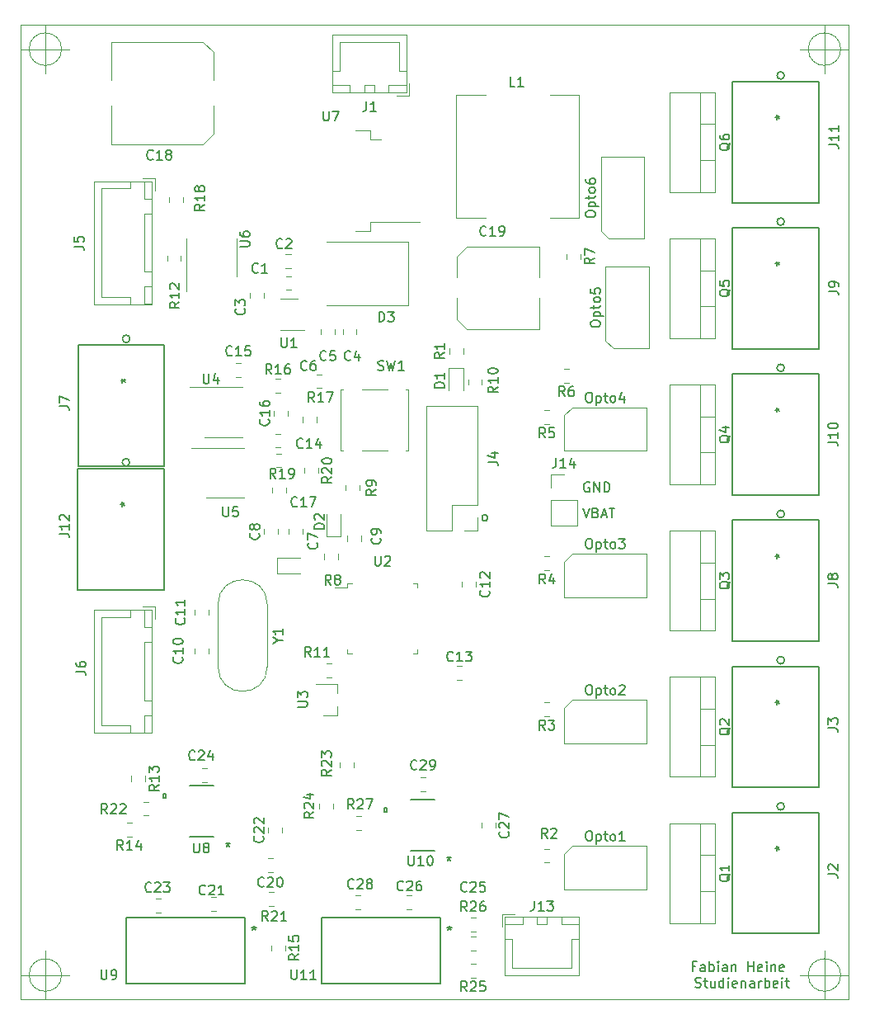
<source format=gbr>
G04 #@! TF.GenerationSoftware,KiCad,Pcbnew,(5.1.5)-3*
G04 #@! TF.CreationDate,2020-02-13T11:13:52+01:00*
G04 #@! TF.ProjectId,Studienarbeit,53747564-6965-46e6-9172-626569742e6b,rev?*
G04 #@! TF.SameCoordinates,Original*
G04 #@! TF.FileFunction,Legend,Top*
G04 #@! TF.FilePolarity,Positive*
%FSLAX46Y46*%
G04 Gerber Fmt 4.6, Leading zero omitted, Abs format (unit mm)*
G04 Created by KiCad (PCBNEW (5.1.5)-3) date 2020-02-13 11:13:52*
%MOMM*%
%LPD*%
G04 APERTURE LIST*
%ADD10C,0.150000*%
%ADD11C,0.050000*%
%ADD12C,0.120000*%
%ADD13C,0.152400*%
G04 APERTURE END LIST*
D10*
X192548571Y-84912380D02*
X192453333Y-84864761D01*
X192405714Y-84817142D01*
X192358095Y-84721904D01*
X192358095Y-84436190D01*
X192405714Y-84340952D01*
X192453333Y-84293333D01*
X192548571Y-84245714D01*
X192691428Y-84245714D01*
X192786666Y-84293333D01*
X192834285Y-84340952D01*
X192881904Y-84436190D01*
X192881904Y-84721904D01*
X192834285Y-84817142D01*
X192786666Y-84864761D01*
X192691428Y-84912380D01*
X192548571Y-84912380D01*
X202677142Y-83582380D02*
X203010476Y-84582380D01*
X203343809Y-83582380D01*
X204010476Y-84058571D02*
X204153333Y-84106190D01*
X204200952Y-84153809D01*
X204248571Y-84249047D01*
X204248571Y-84391904D01*
X204200952Y-84487142D01*
X204153333Y-84534761D01*
X204058095Y-84582380D01*
X203677142Y-84582380D01*
X203677142Y-83582380D01*
X204010476Y-83582380D01*
X204105714Y-83630000D01*
X204153333Y-83677619D01*
X204200952Y-83772857D01*
X204200952Y-83868095D01*
X204153333Y-83963333D01*
X204105714Y-84010952D01*
X204010476Y-84058571D01*
X203677142Y-84058571D01*
X204629523Y-84296666D02*
X205105714Y-84296666D01*
X204534285Y-84582380D02*
X204867619Y-83582380D01*
X205200952Y-84582380D01*
X205391428Y-83582380D02*
X205962857Y-83582380D01*
X205677142Y-84582380D02*
X205677142Y-83582380D01*
X203358095Y-80990000D02*
X203262857Y-80942380D01*
X203120000Y-80942380D01*
X202977142Y-80990000D01*
X202881904Y-81085238D01*
X202834285Y-81180476D01*
X202786666Y-81370952D01*
X202786666Y-81513809D01*
X202834285Y-81704285D01*
X202881904Y-81799523D01*
X202977142Y-81894761D01*
X203120000Y-81942380D01*
X203215238Y-81942380D01*
X203358095Y-81894761D01*
X203405714Y-81847142D01*
X203405714Y-81513809D01*
X203215238Y-81513809D01*
X203834285Y-81942380D02*
X203834285Y-80942380D01*
X204405714Y-81942380D01*
X204405714Y-80942380D01*
X204881904Y-81942380D02*
X204881904Y-80942380D01*
X205120000Y-80942380D01*
X205262857Y-80990000D01*
X205358095Y-81085238D01*
X205405714Y-81180476D01*
X205453333Y-81370952D01*
X205453333Y-81513809D01*
X205405714Y-81704285D01*
X205358095Y-81799523D01*
X205262857Y-81894761D01*
X205120000Y-81942380D01*
X204881904Y-81942380D01*
X214261904Y-130603571D02*
X213928571Y-130603571D01*
X213928571Y-131127380D02*
X213928571Y-130127380D01*
X214404761Y-130127380D01*
X215214285Y-131127380D02*
X215214285Y-130603571D01*
X215166666Y-130508333D01*
X215071428Y-130460714D01*
X214880952Y-130460714D01*
X214785714Y-130508333D01*
X215214285Y-131079761D02*
X215119047Y-131127380D01*
X214880952Y-131127380D01*
X214785714Y-131079761D01*
X214738095Y-130984523D01*
X214738095Y-130889285D01*
X214785714Y-130794047D01*
X214880952Y-130746428D01*
X215119047Y-130746428D01*
X215214285Y-130698809D01*
X215690476Y-131127380D02*
X215690476Y-130127380D01*
X215690476Y-130508333D02*
X215785714Y-130460714D01*
X215976190Y-130460714D01*
X216071428Y-130508333D01*
X216119047Y-130555952D01*
X216166666Y-130651190D01*
X216166666Y-130936904D01*
X216119047Y-131032142D01*
X216071428Y-131079761D01*
X215976190Y-131127380D01*
X215785714Y-131127380D01*
X215690476Y-131079761D01*
X216595238Y-131127380D02*
X216595238Y-130460714D01*
X216595238Y-130127380D02*
X216547619Y-130175000D01*
X216595238Y-130222619D01*
X216642857Y-130175000D01*
X216595238Y-130127380D01*
X216595238Y-130222619D01*
X217500000Y-131127380D02*
X217500000Y-130603571D01*
X217452380Y-130508333D01*
X217357142Y-130460714D01*
X217166666Y-130460714D01*
X217071428Y-130508333D01*
X217500000Y-131079761D02*
X217404761Y-131127380D01*
X217166666Y-131127380D01*
X217071428Y-131079761D01*
X217023809Y-130984523D01*
X217023809Y-130889285D01*
X217071428Y-130794047D01*
X217166666Y-130746428D01*
X217404761Y-130746428D01*
X217500000Y-130698809D01*
X217976190Y-130460714D02*
X217976190Y-131127380D01*
X217976190Y-130555952D02*
X218023809Y-130508333D01*
X218119047Y-130460714D01*
X218261904Y-130460714D01*
X218357142Y-130508333D01*
X218404761Y-130603571D01*
X218404761Y-131127380D01*
X219642857Y-131127380D02*
X219642857Y-130127380D01*
X219642857Y-130603571D02*
X220214285Y-130603571D01*
X220214285Y-131127380D02*
X220214285Y-130127380D01*
X221071428Y-131079761D02*
X220976190Y-131127380D01*
X220785714Y-131127380D01*
X220690476Y-131079761D01*
X220642857Y-130984523D01*
X220642857Y-130603571D01*
X220690476Y-130508333D01*
X220785714Y-130460714D01*
X220976190Y-130460714D01*
X221071428Y-130508333D01*
X221119047Y-130603571D01*
X221119047Y-130698809D01*
X220642857Y-130794047D01*
X221547619Y-131127380D02*
X221547619Y-130460714D01*
X221547619Y-130127380D02*
X221500000Y-130175000D01*
X221547619Y-130222619D01*
X221595238Y-130175000D01*
X221547619Y-130127380D01*
X221547619Y-130222619D01*
X222023809Y-130460714D02*
X222023809Y-131127380D01*
X222023809Y-130555952D02*
X222071428Y-130508333D01*
X222166666Y-130460714D01*
X222309523Y-130460714D01*
X222404761Y-130508333D01*
X222452380Y-130603571D01*
X222452380Y-131127380D01*
X223309523Y-131079761D02*
X223214285Y-131127380D01*
X223023809Y-131127380D01*
X222928571Y-131079761D01*
X222880952Y-130984523D01*
X222880952Y-130603571D01*
X222928571Y-130508333D01*
X223023809Y-130460714D01*
X223214285Y-130460714D01*
X223309523Y-130508333D01*
X223357142Y-130603571D01*
X223357142Y-130698809D01*
X222880952Y-130794047D01*
X214238095Y-132729761D02*
X214380952Y-132777380D01*
X214619047Y-132777380D01*
X214714285Y-132729761D01*
X214761904Y-132682142D01*
X214809523Y-132586904D01*
X214809523Y-132491666D01*
X214761904Y-132396428D01*
X214714285Y-132348809D01*
X214619047Y-132301190D01*
X214428571Y-132253571D01*
X214333333Y-132205952D01*
X214285714Y-132158333D01*
X214238095Y-132063095D01*
X214238095Y-131967857D01*
X214285714Y-131872619D01*
X214333333Y-131825000D01*
X214428571Y-131777380D01*
X214666666Y-131777380D01*
X214809523Y-131825000D01*
X215095238Y-132110714D02*
X215476190Y-132110714D01*
X215238095Y-131777380D02*
X215238095Y-132634523D01*
X215285714Y-132729761D01*
X215380952Y-132777380D01*
X215476190Y-132777380D01*
X216238095Y-132110714D02*
X216238095Y-132777380D01*
X215809523Y-132110714D02*
X215809523Y-132634523D01*
X215857142Y-132729761D01*
X215952380Y-132777380D01*
X216095238Y-132777380D01*
X216190476Y-132729761D01*
X216238095Y-132682142D01*
X217142857Y-132777380D02*
X217142857Y-131777380D01*
X217142857Y-132729761D02*
X217047619Y-132777380D01*
X216857142Y-132777380D01*
X216761904Y-132729761D01*
X216714285Y-132682142D01*
X216666666Y-132586904D01*
X216666666Y-132301190D01*
X216714285Y-132205952D01*
X216761904Y-132158333D01*
X216857142Y-132110714D01*
X217047619Y-132110714D01*
X217142857Y-132158333D01*
X217619047Y-132777380D02*
X217619047Y-132110714D01*
X217619047Y-131777380D02*
X217571428Y-131825000D01*
X217619047Y-131872619D01*
X217666666Y-131825000D01*
X217619047Y-131777380D01*
X217619047Y-131872619D01*
X218476190Y-132729761D02*
X218380952Y-132777380D01*
X218190476Y-132777380D01*
X218095238Y-132729761D01*
X218047619Y-132634523D01*
X218047619Y-132253571D01*
X218095238Y-132158333D01*
X218190476Y-132110714D01*
X218380952Y-132110714D01*
X218476190Y-132158333D01*
X218523809Y-132253571D01*
X218523809Y-132348809D01*
X218047619Y-132444047D01*
X218952380Y-132110714D02*
X218952380Y-132777380D01*
X218952380Y-132205952D02*
X219000000Y-132158333D01*
X219095238Y-132110714D01*
X219238095Y-132110714D01*
X219333333Y-132158333D01*
X219380952Y-132253571D01*
X219380952Y-132777380D01*
X220285714Y-132777380D02*
X220285714Y-132253571D01*
X220238095Y-132158333D01*
X220142857Y-132110714D01*
X219952380Y-132110714D01*
X219857142Y-132158333D01*
X220285714Y-132729761D02*
X220190476Y-132777380D01*
X219952380Y-132777380D01*
X219857142Y-132729761D01*
X219809523Y-132634523D01*
X219809523Y-132539285D01*
X219857142Y-132444047D01*
X219952380Y-132396428D01*
X220190476Y-132396428D01*
X220285714Y-132348809D01*
X220761904Y-132777380D02*
X220761904Y-132110714D01*
X220761904Y-132301190D02*
X220809523Y-132205952D01*
X220857142Y-132158333D01*
X220952380Y-132110714D01*
X221047619Y-132110714D01*
X221380952Y-132777380D02*
X221380952Y-131777380D01*
X221380952Y-132158333D02*
X221476190Y-132110714D01*
X221666666Y-132110714D01*
X221761904Y-132158333D01*
X221809523Y-132205952D01*
X221857142Y-132301190D01*
X221857142Y-132586904D01*
X221809523Y-132682142D01*
X221761904Y-132729761D01*
X221666666Y-132777380D01*
X221476190Y-132777380D01*
X221380952Y-132729761D01*
X222666666Y-132729761D02*
X222571428Y-132777380D01*
X222380952Y-132777380D01*
X222285714Y-132729761D01*
X222238095Y-132634523D01*
X222238095Y-132253571D01*
X222285714Y-132158333D01*
X222380952Y-132110714D01*
X222571428Y-132110714D01*
X222666666Y-132158333D01*
X222714285Y-132253571D01*
X222714285Y-132348809D01*
X222238095Y-132444047D01*
X223142857Y-132777380D02*
X223142857Y-132110714D01*
X223142857Y-131777380D02*
X223095238Y-131825000D01*
X223142857Y-131872619D01*
X223190476Y-131825000D01*
X223142857Y-131777380D01*
X223142857Y-131872619D01*
X223476190Y-132110714D02*
X223857142Y-132110714D01*
X223619047Y-131777380D02*
X223619047Y-132634523D01*
X223666666Y-132729761D01*
X223761904Y-132777380D01*
X223857142Y-132777380D01*
D11*
X149166666Y-131500000D02*
G75*
G03X149166666Y-131500000I-1666666J0D01*
G01*
X145000000Y-131500000D02*
X150000000Y-131500000D01*
X147500000Y-129000000D02*
X147500000Y-134000000D01*
X229166666Y-36500000D02*
G75*
G03X229166666Y-36500000I-1666666J0D01*
G01*
X225000000Y-36500000D02*
X230000000Y-36500000D01*
X227500000Y-34000000D02*
X227500000Y-39000000D01*
X145000000Y-34000000D02*
X145000000Y-134000000D01*
X149166666Y-36500000D02*
G75*
G03X149166666Y-36500000I-1666666J0D01*
G01*
X145000000Y-36500000D02*
X150000000Y-36500000D01*
X147500000Y-34000000D02*
X147500000Y-39000000D01*
X229166666Y-131500000D02*
G75*
G03X229166666Y-131500000I-1666666J0D01*
G01*
X225000000Y-131500000D02*
X230000000Y-131500000D01*
X227500000Y-129000000D02*
X227500000Y-134000000D01*
X230000000Y-34000000D02*
X145000000Y-34000000D01*
X230000000Y-134000000D02*
X145000000Y-134000000D01*
X230000000Y-34000000D02*
X230000000Y-134000000D01*
D12*
X171300000Y-90300000D02*
X173700000Y-90300000D01*
X171300000Y-88700000D02*
X171300000Y-90300000D01*
X173700000Y-88700000D02*
X171300000Y-88700000D01*
X165235000Y-99870000D02*
G75*
G03X170285000Y-99870000I2525000J0D01*
G01*
X165235000Y-93470000D02*
G75*
G02X170285000Y-93470000I2525000J0D01*
G01*
X165235000Y-93470000D02*
X165235000Y-99870000D01*
X170285000Y-93470000D02*
X170285000Y-99870000D01*
X184800000Y-62750000D02*
X176400000Y-62750000D01*
X184800000Y-56250000D02*
X176400000Y-56250000D01*
X184800000Y-56250000D02*
X184800000Y-62750000D01*
X199300000Y-41200000D02*
X202300000Y-41200000D01*
X202300000Y-41200000D02*
X202300000Y-53800000D01*
X202300000Y-53800000D02*
X199300000Y-53800000D01*
X192700000Y-53800000D02*
X189700000Y-53800000D01*
X189700000Y-53800000D02*
X189700000Y-41200000D01*
X189700000Y-41200000D02*
X192700000Y-41200000D01*
X189740000Y-64195563D02*
X190804437Y-65260000D01*
X189740000Y-57804437D02*
X190804437Y-56740000D01*
X189740000Y-57804437D02*
X189740000Y-59940000D01*
X189740000Y-64195563D02*
X189740000Y-62060000D01*
X190804437Y-65260000D02*
X198260000Y-65260000D01*
X190804437Y-56740000D02*
X198260000Y-56740000D01*
X198260000Y-56740000D02*
X198260000Y-59940000D01*
X198260000Y-65260000D02*
X198260000Y-62060000D01*
X216270000Y-47891000D02*
X214760000Y-47891000D01*
X216270000Y-44190000D02*
X214760000Y-44190000D01*
X214760000Y-40920000D02*
X214760000Y-51160000D01*
X216270000Y-51160000D02*
X211629000Y-51160000D01*
X216270000Y-40920000D02*
X211629000Y-40920000D01*
X211629000Y-40920000D02*
X211629000Y-51160000D01*
X216270000Y-40920000D02*
X216270000Y-51160000D01*
X216270000Y-62891000D02*
X214760000Y-62891000D01*
X216270000Y-59190000D02*
X214760000Y-59190000D01*
X214760000Y-55920000D02*
X214760000Y-66160000D01*
X216270000Y-66160000D02*
X211629000Y-66160000D01*
X216270000Y-55920000D02*
X211629000Y-55920000D01*
X211629000Y-55920000D02*
X211629000Y-66160000D01*
X216270000Y-55920000D02*
X216270000Y-66160000D01*
X216270000Y-77891000D02*
X214760000Y-77891000D01*
X216270000Y-74190000D02*
X214760000Y-74190000D01*
X214760000Y-70920000D02*
X214760000Y-81160000D01*
X216270000Y-81160000D02*
X211629000Y-81160000D01*
X216270000Y-70920000D02*
X211629000Y-70920000D01*
X211629000Y-70920000D02*
X211629000Y-81160000D01*
X216270000Y-70920000D02*
X216270000Y-81160000D01*
X216270000Y-92891000D02*
X214760000Y-92891000D01*
X216270000Y-89190000D02*
X214760000Y-89190000D01*
X214760000Y-85920000D02*
X214760000Y-96160000D01*
X216270000Y-96160000D02*
X211629000Y-96160000D01*
X216270000Y-85920000D02*
X211629000Y-85920000D01*
X211629000Y-85920000D02*
X211629000Y-96160000D01*
X216270000Y-85920000D02*
X216270000Y-96160000D01*
X216270000Y-107891000D02*
X214760000Y-107891000D01*
X216270000Y-104190000D02*
X214760000Y-104190000D01*
X214760000Y-100920000D02*
X214760000Y-111160000D01*
X216270000Y-111160000D02*
X211629000Y-111160000D01*
X216270000Y-100920000D02*
X211629000Y-100920000D01*
X211629000Y-100920000D02*
X211629000Y-111160000D01*
X216270000Y-100920000D02*
X216270000Y-111160000D01*
X216270000Y-122891000D02*
X214760000Y-122891000D01*
X216270000Y-119190000D02*
X214760000Y-119190000D01*
X214760000Y-115920000D02*
X214760000Y-126160000D01*
X216270000Y-126160000D02*
X211629000Y-126160000D01*
X216270000Y-115920000D02*
X211629000Y-115920000D01*
X211629000Y-115920000D02*
X211629000Y-126160000D01*
X216270000Y-115920000D02*
X216270000Y-126160000D01*
X199420000Y-80170000D02*
X200750000Y-80170000D01*
X199420000Y-81500000D02*
X199420000Y-80170000D01*
X199420000Y-82770000D02*
X202080000Y-82770000D01*
X202080000Y-82770000D02*
X202080000Y-85370000D01*
X199420000Y-82770000D02*
X199420000Y-85370000D01*
X199420000Y-85370000D02*
X202080000Y-85370000D01*
X164760000Y-36804437D02*
X163695563Y-35740000D01*
X164760000Y-45195563D02*
X163695563Y-46260000D01*
X164760000Y-45195563D02*
X164760000Y-42310000D01*
X164760000Y-36804437D02*
X164760000Y-39690000D01*
X163695563Y-35740000D02*
X154240000Y-35740000D01*
X163695563Y-46260000D02*
X154240000Y-46260000D01*
X154240000Y-46260000D02*
X154240000Y-42310000D01*
X154240000Y-35740000D02*
X154240000Y-39690000D01*
X190910000Y-70378922D02*
X190910000Y-70896078D01*
X192330000Y-70378922D02*
X192330000Y-70896078D01*
D13*
X168021401Y-125621800D02*
X155778601Y-125621800D01*
X155778601Y-125621800D02*
X155778601Y-132378200D01*
X155778601Y-132378200D02*
X168021401Y-132378200D01*
X168021401Y-132378200D02*
X168021401Y-125621800D01*
D12*
X191860000Y-85900000D02*
X190530000Y-85900000D01*
X191860000Y-84570000D02*
X191860000Y-85900000D01*
X189260000Y-85900000D02*
X186660000Y-85900000D01*
X189260000Y-83300000D02*
X189260000Y-85900000D01*
X191860000Y-83300000D02*
X189260000Y-83300000D01*
X186660000Y-85900000D02*
X186660000Y-73080000D01*
X191860000Y-83300000D02*
X191860000Y-73080000D01*
X191860000Y-73080000D02*
X186660000Y-73080000D01*
X194400000Y-125250000D02*
X194400000Y-126500000D01*
X195650000Y-125250000D02*
X194400000Y-125250000D01*
X201550000Y-130750000D02*
X198500000Y-130750000D01*
X201550000Y-127800000D02*
X201550000Y-130750000D01*
X202300000Y-127800000D02*
X201550000Y-127800000D01*
X195450000Y-130750000D02*
X198500000Y-130750000D01*
X195450000Y-127800000D02*
X195450000Y-130750000D01*
X194700000Y-127800000D02*
X195450000Y-127800000D01*
X202300000Y-125550000D02*
X200500000Y-125550000D01*
X202300000Y-126300000D02*
X202300000Y-125550000D01*
X200500000Y-126300000D02*
X202300000Y-126300000D01*
X200500000Y-125550000D02*
X200500000Y-126300000D01*
X196500000Y-125550000D02*
X194700000Y-125550000D01*
X196500000Y-126300000D02*
X196500000Y-125550000D01*
X194700000Y-126300000D02*
X196500000Y-126300000D01*
X194700000Y-125550000D02*
X194700000Y-126300000D01*
X199000000Y-125550000D02*
X198000000Y-125550000D01*
X199000000Y-126300000D02*
X199000000Y-125550000D01*
X198000000Y-126300000D02*
X199000000Y-126300000D01*
X198000000Y-125550000D02*
X198000000Y-126300000D01*
X202310000Y-125540000D02*
X194690000Y-125540000D01*
X202310000Y-131510000D02*
X202310000Y-125540000D01*
X194690000Y-131510000D02*
X202310000Y-131510000D01*
X194690000Y-125540000D02*
X194690000Y-131510000D01*
X200800000Y-92720000D02*
X200800000Y-89080000D01*
X209200000Y-92720000D02*
X200800000Y-92720000D01*
X209200000Y-88280000D02*
X209200000Y-92720000D01*
X201600000Y-88280000D02*
X209200000Y-88280000D01*
X200800000Y-89080000D02*
X201600000Y-88280000D01*
D13*
X150837400Y-79529700D02*
X150837400Y-91950300D01*
X150837400Y-91950300D02*
X159702000Y-91950300D01*
X159702000Y-91950300D02*
X159702000Y-79529700D01*
X159702000Y-79529700D02*
X150837400Y-79529700D01*
X156156000Y-78894700D02*
G75*
G03X156156000Y-78894700I-381000J0D01*
G01*
X150862400Y-66854700D02*
X150862400Y-79275300D01*
X150862400Y-79275300D02*
X159727000Y-79275300D01*
X159727000Y-79275300D02*
X159727000Y-66854700D01*
X159727000Y-66854700D02*
X150862400Y-66854700D01*
X156181000Y-66219700D02*
G75*
G03X156181000Y-66219700I-381000J0D01*
G01*
D12*
X200800000Y-107720000D02*
X200800000Y-104080000D01*
X209200000Y-107720000D02*
X200800000Y-107720000D01*
X209200000Y-103280000D02*
X209200000Y-107720000D01*
X201600000Y-103280000D02*
X209200000Y-103280000D01*
X200800000Y-104080000D02*
X201600000Y-103280000D01*
D13*
X218062400Y-39829700D02*
X218062400Y-52250300D01*
X218062400Y-52250300D02*
X226927000Y-52250300D01*
X226927000Y-52250300D02*
X226927000Y-39829700D01*
X226927000Y-39829700D02*
X218062400Y-39829700D01*
X223381000Y-39194700D02*
G75*
G03X223381000Y-39194700I-381000J0D01*
G01*
X218062400Y-69829700D02*
X218062400Y-82250300D01*
X218062400Y-82250300D02*
X226927000Y-82250300D01*
X226927000Y-82250300D02*
X226927000Y-69829700D01*
X226927000Y-69829700D02*
X218062400Y-69829700D01*
X223381000Y-69194700D02*
G75*
G03X223381000Y-69194700I-381000J0D01*
G01*
X218062400Y-54829700D02*
X218062400Y-67250300D01*
X218062400Y-67250300D02*
X226927000Y-67250300D01*
X226927000Y-67250300D02*
X226927000Y-54829700D01*
X226927000Y-54829700D02*
X218062400Y-54829700D01*
X223381000Y-54194700D02*
G75*
G03X223381000Y-54194700I-381000J0D01*
G01*
X218062400Y-84829700D02*
X218062400Y-97250300D01*
X218062400Y-97250300D02*
X226927000Y-97250300D01*
X226927000Y-97250300D02*
X226927000Y-84829700D01*
X226927000Y-84829700D02*
X218062400Y-84829700D01*
X223381000Y-84194700D02*
G75*
G03X223381000Y-84194700I-381000J0D01*
G01*
X218062400Y-99829700D02*
X218062400Y-112250300D01*
X218062400Y-112250300D02*
X226927000Y-112250300D01*
X226927000Y-112250300D02*
X226927000Y-99829700D01*
X226927000Y-99829700D02*
X218062400Y-99829700D01*
X223381000Y-99194700D02*
G75*
G03X223381000Y-99194700I-381000J0D01*
G01*
X218062400Y-114829700D02*
X218062400Y-127250300D01*
X218062400Y-127250300D02*
X226927000Y-127250300D01*
X226927000Y-127250300D02*
X226927000Y-114829700D01*
X226927000Y-114829700D02*
X218062400Y-114829700D01*
X223381000Y-114194700D02*
G75*
G03X223381000Y-114194700I-381000J0D01*
G01*
D12*
X177845000Y-86455000D02*
X177845000Y-84170000D01*
X176375000Y-86455000D02*
X177845000Y-86455000D01*
X176375000Y-84170000D02*
X176375000Y-86455000D01*
X179948578Y-115200000D02*
X179431422Y-115200000D01*
X179948578Y-116620000D02*
X179431422Y-116620000D01*
X199258578Y-103540000D02*
X198741422Y-103540000D01*
X199258578Y-104960000D02*
X198741422Y-104960000D01*
X176160000Y-88301422D02*
X176160000Y-88818578D01*
X177580000Y-88301422D02*
X177580000Y-88818578D01*
X201258578Y-69290000D02*
X200741422Y-69290000D01*
X201258578Y-70710000D02*
X200741422Y-70710000D01*
X191161422Y-129010000D02*
X191678578Y-129010000D01*
X191161422Y-127590000D02*
X191678578Y-127590000D01*
X191678578Y-130350000D02*
X191161422Y-130350000D01*
X191678578Y-131770000D02*
X191161422Y-131770000D01*
X175610000Y-113881422D02*
X175610000Y-114398578D01*
X177030000Y-113881422D02*
X177030000Y-114398578D01*
X177770000Y-109703922D02*
X177770000Y-110221078D01*
X179190000Y-109703922D02*
X179190000Y-110221078D01*
X158111078Y-113710000D02*
X157593922Y-113710000D01*
X158111078Y-115130000D02*
X157593922Y-115130000D01*
X170441422Y-124400000D02*
X170958578Y-124400000D01*
X170441422Y-122980000D02*
X170958578Y-122980000D01*
X174090000Y-79478922D02*
X174090000Y-79996078D01*
X175510000Y-79478922D02*
X175510000Y-79996078D01*
X171203922Y-79400000D02*
X171721078Y-79400000D01*
X171203922Y-77980000D02*
X171721078Y-77980000D01*
X160230000Y-51658922D02*
X160230000Y-52176078D01*
X161650000Y-51658922D02*
X161650000Y-52176078D01*
X173920000Y-74251422D02*
X173920000Y-74768578D01*
X175340000Y-74251422D02*
X175340000Y-74768578D01*
X171123922Y-71740000D02*
X171641078Y-71740000D01*
X171123922Y-70320000D02*
X171641078Y-70320000D01*
X170705001Y-128456421D02*
X170705001Y-128973577D01*
X172125001Y-128456421D02*
X172125001Y-128973577D01*
X156378578Y-115850000D02*
X155861422Y-115850000D01*
X156378578Y-117270000D02*
X155861422Y-117270000D01*
X156340000Y-111081422D02*
X156340000Y-111598578D01*
X157760000Y-111081422D02*
X157760000Y-111598578D01*
X161430000Y-58248578D02*
X161430000Y-57731422D01*
X160010000Y-58248578D02*
X160010000Y-57731422D01*
X176888578Y-99530000D02*
X176371422Y-99530000D01*
X176888578Y-100950000D02*
X176371422Y-100950000D01*
X179780000Y-81768578D02*
X179780000Y-81251422D01*
X178360000Y-81768578D02*
X178360000Y-81251422D01*
X201040000Y-57491422D02*
X201040000Y-58008578D01*
X202460000Y-57491422D02*
X202460000Y-58008578D01*
X199258578Y-73540000D02*
X198741422Y-73540000D01*
X199258578Y-74960000D02*
X198741422Y-74960000D01*
X199258578Y-88540000D02*
X198741422Y-88540000D01*
X199258578Y-89960000D02*
X198741422Y-89960000D01*
X199258578Y-118540000D02*
X198741422Y-118540000D01*
X199258578Y-119960000D02*
X198741422Y-119960000D01*
X190400000Y-67738578D02*
X190400000Y-67221422D01*
X188980000Y-67738578D02*
X188980000Y-67221422D01*
X178510000Y-91740000D02*
X177220000Y-91740000D01*
X178510000Y-91290000D02*
X178510000Y-91740000D01*
X178960000Y-91290000D02*
X178510000Y-91290000D01*
X185730000Y-91290000D02*
X185730000Y-91740000D01*
X185280000Y-91290000D02*
X185730000Y-91290000D01*
X178510000Y-98510000D02*
X178510000Y-98060000D01*
X178960000Y-98510000D02*
X178510000Y-98510000D01*
X185730000Y-98510000D02*
X185730000Y-98060000D01*
X185280000Y-98510000D02*
X185730000Y-98510000D01*
X205330000Y-55950000D02*
X204530000Y-55150000D01*
X204530000Y-55150000D02*
X204530000Y-47550000D01*
X204530000Y-47550000D02*
X208970000Y-47550000D01*
X208970000Y-47550000D02*
X208970000Y-55950000D01*
X208970000Y-55950000D02*
X205330000Y-55950000D01*
X209470000Y-67200000D02*
X205830000Y-67200000D01*
X209470000Y-58800000D02*
X209470000Y-67200000D01*
X205030000Y-58800000D02*
X209470000Y-58800000D01*
X205030000Y-66400000D02*
X205030000Y-58800000D01*
X205830000Y-67200000D02*
X205030000Y-66400000D01*
X200800000Y-77720000D02*
X200800000Y-74080000D01*
X209200000Y-77720000D02*
X200800000Y-77720000D01*
X209200000Y-73280000D02*
X209200000Y-77720000D01*
X201600000Y-73280000D02*
X209200000Y-73280000D01*
X200800000Y-74080000D02*
X201600000Y-73280000D01*
X200800000Y-122720000D02*
X200800000Y-119080000D01*
X209200000Y-122720000D02*
X200800000Y-122720000D01*
X209200000Y-118280000D02*
X209200000Y-122720000D01*
X201600000Y-118280000D02*
X209200000Y-118280000D01*
X200800000Y-119080000D02*
X201600000Y-118280000D01*
D13*
X188101401Y-125621800D02*
X175858601Y-125621800D01*
X175858601Y-125621800D02*
X175858601Y-132378200D01*
X175858601Y-132378200D02*
X188101401Y-132378200D01*
X188101401Y-132378200D02*
X188101401Y-125621800D01*
X187462752Y-113501100D02*
X184997248Y-113501100D01*
X184997248Y-118758900D02*
X187462752Y-118758900D01*
X182273201Y-114733000D02*
X182273201Y-114352000D01*
X182273201Y-114352000D02*
X182527201Y-114352000D01*
X182527201Y-114352000D02*
X182527201Y-114733000D01*
X182527201Y-114733000D02*
X182273201Y-114733000D01*
X164762752Y-112061100D02*
X162297248Y-112061100D01*
X162297248Y-117318900D02*
X164762752Y-117318900D01*
X159573201Y-113293000D02*
X159573201Y-112912000D01*
X159573201Y-112912000D02*
X159827201Y-112912000D01*
X159827201Y-112912000D02*
X159827201Y-113293000D01*
X159827201Y-113293000D02*
X159573201Y-113293000D01*
D12*
X179325000Y-55200000D02*
X180825000Y-55200000D01*
X180825000Y-55200000D02*
X180825000Y-54250000D01*
X180825000Y-54250000D02*
X185950000Y-54250000D01*
X179325000Y-44800000D02*
X180825000Y-44800000D01*
X180825000Y-44800000D02*
X180825000Y-45750000D01*
X180825000Y-45750000D02*
X181925000Y-45750000D01*
X162000000Y-57900000D02*
X162000000Y-61350000D01*
X162000000Y-57900000D02*
X162000000Y-55950000D01*
X167120000Y-57900000D02*
X167120000Y-59850000D01*
X167120000Y-57900000D02*
X167120000Y-55950000D01*
X165970000Y-77430000D02*
X162520000Y-77430000D01*
X165970000Y-77430000D02*
X167920000Y-77430000D01*
X165970000Y-82550000D02*
X164020000Y-82550000D01*
X165970000Y-82550000D02*
X167920000Y-82550000D01*
X165800000Y-71190000D02*
X162350000Y-71190000D01*
X165800000Y-71190000D02*
X167750000Y-71190000D01*
X165800000Y-76310000D02*
X163850000Y-76310000D01*
X165800000Y-76310000D02*
X167750000Y-76310000D01*
X177470000Y-104830000D02*
X176010000Y-104830000D01*
X177470000Y-101670000D02*
X175310000Y-101670000D01*
X177470000Y-101670000D02*
X177470000Y-102600000D01*
X177470000Y-104830000D02*
X177470000Y-103900000D01*
X171600000Y-65360000D02*
X174050000Y-65360000D01*
X173400000Y-62140000D02*
X171600000Y-62140000D01*
X180000000Y-71410000D02*
X182600000Y-71410000D01*
X184750000Y-77710000D02*
X184500000Y-77710000D01*
X184750000Y-71410000D02*
X184750000Y-77710000D01*
X184500000Y-71410000D02*
X184750000Y-71410000D01*
X182600000Y-77710000D02*
X180000000Y-77710000D01*
X177850000Y-71410000D02*
X178100000Y-71410000D01*
X177850000Y-77710000D02*
X177850000Y-71410000D01*
X178100000Y-77710000D02*
X177850000Y-77710000D01*
X158750000Y-93720000D02*
X157500000Y-93720000D01*
X158750000Y-94970000D02*
X158750000Y-93720000D01*
X153250000Y-105870000D02*
X153250000Y-100320000D01*
X156200000Y-105870000D02*
X153250000Y-105870000D01*
X156200000Y-106620000D02*
X156200000Y-105870000D01*
X153250000Y-94770000D02*
X153250000Y-100320000D01*
X156200000Y-94770000D02*
X153250000Y-94770000D01*
X156200000Y-94020000D02*
X156200000Y-94770000D01*
X158450000Y-106620000D02*
X158450000Y-104820000D01*
X157700000Y-106620000D02*
X158450000Y-106620000D01*
X157700000Y-104820000D02*
X157700000Y-106620000D01*
X158450000Y-104820000D02*
X157700000Y-104820000D01*
X158450000Y-95820000D02*
X158450000Y-94020000D01*
X157700000Y-95820000D02*
X158450000Y-95820000D01*
X157700000Y-94020000D02*
X157700000Y-95820000D01*
X158450000Y-94020000D02*
X157700000Y-94020000D01*
X158450000Y-103320000D02*
X158450000Y-97320000D01*
X157700000Y-103320000D02*
X158450000Y-103320000D01*
X157700000Y-97320000D02*
X157700000Y-103320000D01*
X158450000Y-97320000D02*
X157700000Y-97320000D01*
X158460000Y-106630000D02*
X158460000Y-94010000D01*
X152490000Y-106630000D02*
X158460000Y-106630000D01*
X152490000Y-94010000D02*
X152490000Y-106630000D01*
X158460000Y-94010000D02*
X152490000Y-94010000D01*
X158750000Y-49750000D02*
X157500000Y-49750000D01*
X158750000Y-51000000D02*
X158750000Y-49750000D01*
X153250000Y-61900000D02*
X153250000Y-56350000D01*
X156200000Y-61900000D02*
X153250000Y-61900000D01*
X156200000Y-62650000D02*
X156200000Y-61900000D01*
X153250000Y-50800000D02*
X153250000Y-56350000D01*
X156200000Y-50800000D02*
X153250000Y-50800000D01*
X156200000Y-50050000D02*
X156200000Y-50800000D01*
X158450000Y-62650000D02*
X158450000Y-60850000D01*
X157700000Y-62650000D02*
X158450000Y-62650000D01*
X157700000Y-60850000D02*
X157700000Y-62650000D01*
X158450000Y-60850000D02*
X157700000Y-60850000D01*
X158450000Y-51850000D02*
X158450000Y-50050000D01*
X157700000Y-51850000D02*
X158450000Y-51850000D01*
X157700000Y-50050000D02*
X157700000Y-51850000D01*
X158450000Y-50050000D02*
X157700000Y-50050000D01*
X158450000Y-59350000D02*
X158450000Y-53350000D01*
X157700000Y-59350000D02*
X158450000Y-59350000D01*
X157700000Y-53350000D02*
X157700000Y-59350000D01*
X158450000Y-53350000D02*
X157700000Y-53350000D01*
X158460000Y-62660000D02*
X158460000Y-50040000D01*
X152490000Y-62660000D02*
X158460000Y-62660000D01*
X152490000Y-50040000D02*
X152490000Y-62660000D01*
X158460000Y-50040000D02*
X152490000Y-50040000D01*
X184560000Y-40960000D02*
X184560000Y-34990000D01*
X184560000Y-34990000D02*
X176940000Y-34990000D01*
X176940000Y-34990000D02*
X176940000Y-40960000D01*
X176940000Y-40960000D02*
X184560000Y-40960000D01*
X181250000Y-40950000D02*
X181250000Y-40200000D01*
X181250000Y-40200000D02*
X180250000Y-40200000D01*
X180250000Y-40200000D02*
X180250000Y-40950000D01*
X180250000Y-40950000D02*
X181250000Y-40950000D01*
X184550000Y-40950000D02*
X184550000Y-40200000D01*
X184550000Y-40200000D02*
X182750000Y-40200000D01*
X182750000Y-40200000D02*
X182750000Y-40950000D01*
X182750000Y-40950000D02*
X184550000Y-40950000D01*
X178750000Y-40950000D02*
X178750000Y-40200000D01*
X178750000Y-40200000D02*
X176950000Y-40200000D01*
X176950000Y-40200000D02*
X176950000Y-40950000D01*
X176950000Y-40950000D02*
X178750000Y-40950000D01*
X184550000Y-38700000D02*
X183800000Y-38700000D01*
X183800000Y-38700000D02*
X183800000Y-35750000D01*
X183800000Y-35750000D02*
X180750000Y-35750000D01*
X176950000Y-38700000D02*
X177700000Y-38700000D01*
X177700000Y-38700000D02*
X177700000Y-35750000D01*
X177700000Y-35750000D02*
X180750000Y-35750000D01*
X183600000Y-41250000D02*
X184850000Y-41250000D01*
X184850000Y-41250000D02*
X184850000Y-40000000D01*
X188945000Y-69205000D02*
X188945000Y-71490000D01*
X190415000Y-69205000D02*
X188945000Y-69205000D01*
X190415000Y-71490000D02*
X190415000Y-69205000D01*
X186531078Y-111210000D02*
X186013922Y-111210000D01*
X186531078Y-112630000D02*
X186013922Y-112630000D01*
X179871078Y-123330000D02*
X179353922Y-123330000D01*
X179871078Y-124750000D02*
X179353922Y-124750000D01*
X192290000Y-115883922D02*
X192290000Y-116401078D01*
X193710000Y-115883922D02*
X193710000Y-116401078D01*
X184618922Y-124750000D02*
X185136078Y-124750000D01*
X184618922Y-123330000D02*
X185136078Y-123330000D01*
X191151422Y-127050000D02*
X191668578Y-127050000D01*
X191151422Y-125630000D02*
X191668578Y-125630000D01*
X164108578Y-110260000D02*
X163591422Y-110260000D01*
X164108578Y-111680000D02*
X163591422Y-111680000D01*
X159391078Y-123680000D02*
X158873922Y-123680000D01*
X159391078Y-125100000D02*
X158873922Y-125100000D01*
X171820000Y-116876078D02*
X171820000Y-116358922D01*
X170400000Y-116876078D02*
X170400000Y-116358922D01*
X165058578Y-123500000D02*
X164541422Y-123500000D01*
X165058578Y-124920000D02*
X164541422Y-124920000D01*
X170341422Y-120920000D02*
X170858578Y-120920000D01*
X170341422Y-119500000D02*
X170858578Y-119500000D01*
X172240000Y-82038578D02*
X172240000Y-81521422D01*
X170820000Y-82038578D02*
X170820000Y-81521422D01*
X172400000Y-74098578D02*
X172400000Y-73581422D01*
X170980000Y-74098578D02*
X170980000Y-73581422D01*
X167571078Y-68750000D02*
X167053922Y-68750000D01*
X167571078Y-70170000D02*
X167053922Y-70170000D01*
X171668578Y-75960000D02*
X171151422Y-75960000D01*
X171668578Y-77380000D02*
X171151422Y-77380000D01*
X189741422Y-101210000D02*
X190258578Y-101210000D01*
X189741422Y-99790000D02*
X190258578Y-99790000D01*
X190300000Y-91163922D02*
X190300000Y-91681078D01*
X191720000Y-91163922D02*
X191720000Y-91681078D01*
X164260000Y-94528578D02*
X164260000Y-94011422D01*
X162840000Y-94528578D02*
X162840000Y-94011422D01*
X162860000Y-97981422D02*
X162860000Y-98498578D01*
X164280000Y-97981422D02*
X164280000Y-98498578D01*
X179900000Y-86956078D02*
X179900000Y-86438922D01*
X178480000Y-86956078D02*
X178480000Y-86438922D01*
X171400000Y-86268578D02*
X171400000Y-85751422D01*
X169980000Y-86268578D02*
X169980000Y-85751422D01*
X173940000Y-86268578D02*
X173940000Y-85751422D01*
X172520000Y-86268578D02*
X172520000Y-85751422D01*
X175861078Y-69870000D02*
X175343922Y-69870000D01*
X175861078Y-71290000D02*
X175343922Y-71290000D01*
X177210000Y-65758578D02*
X177210000Y-65241422D01*
X175790000Y-65758578D02*
X175790000Y-65241422D01*
X179460000Y-65758578D02*
X179460000Y-65241422D01*
X178040000Y-65758578D02*
X178040000Y-65241422D01*
X169960000Y-62008578D02*
X169960000Y-61491422D01*
X168540000Y-62008578D02*
X168540000Y-61491422D01*
X172178922Y-58960000D02*
X172696078Y-58960000D01*
X172178922Y-57540000D02*
X172696078Y-57540000D01*
X172241422Y-61210000D02*
X172758578Y-61210000D01*
X172241422Y-59790000D02*
X172758578Y-59790000D01*
D10*
X171376190Y-97146190D02*
X171852380Y-97146190D01*
X170852380Y-97479523D02*
X171376190Y-97146190D01*
X170852380Y-96812857D01*
X171852380Y-95955714D02*
X171852380Y-96527142D01*
X171852380Y-96241428D02*
X170852380Y-96241428D01*
X170995238Y-96336666D01*
X171090476Y-96431904D01*
X171138095Y-96527142D01*
X181761904Y-64452380D02*
X181761904Y-63452380D01*
X182000000Y-63452380D01*
X182142857Y-63500000D01*
X182238095Y-63595238D01*
X182285714Y-63690476D01*
X182333333Y-63880952D01*
X182333333Y-64023809D01*
X182285714Y-64214285D01*
X182238095Y-64309523D01*
X182142857Y-64404761D01*
X182000000Y-64452380D01*
X181761904Y-64452380D01*
X182666666Y-63452380D02*
X183285714Y-63452380D01*
X182952380Y-63833333D01*
X183095238Y-63833333D01*
X183190476Y-63880952D01*
X183238095Y-63928571D01*
X183285714Y-64023809D01*
X183285714Y-64261904D01*
X183238095Y-64357142D01*
X183190476Y-64404761D01*
X183095238Y-64452380D01*
X182809523Y-64452380D01*
X182714285Y-64404761D01*
X182666666Y-64357142D01*
X195713333Y-40322380D02*
X195237142Y-40322380D01*
X195237142Y-39322380D01*
X196570476Y-40322380D02*
X195999047Y-40322380D01*
X196284761Y-40322380D02*
X196284761Y-39322380D01*
X196189523Y-39465238D01*
X196094285Y-39560476D01*
X195999047Y-39608095D01*
X192757142Y-55557142D02*
X192709523Y-55604761D01*
X192566666Y-55652380D01*
X192471428Y-55652380D01*
X192328571Y-55604761D01*
X192233333Y-55509523D01*
X192185714Y-55414285D01*
X192138095Y-55223809D01*
X192138095Y-55080952D01*
X192185714Y-54890476D01*
X192233333Y-54795238D01*
X192328571Y-54700000D01*
X192471428Y-54652380D01*
X192566666Y-54652380D01*
X192709523Y-54700000D01*
X192757142Y-54747619D01*
X193709523Y-55652380D02*
X193138095Y-55652380D01*
X193423809Y-55652380D02*
X193423809Y-54652380D01*
X193328571Y-54795238D01*
X193233333Y-54890476D01*
X193138095Y-54938095D01*
X194185714Y-55652380D02*
X194376190Y-55652380D01*
X194471428Y-55604761D01*
X194519047Y-55557142D01*
X194614285Y-55414285D01*
X194661904Y-55223809D01*
X194661904Y-54842857D01*
X194614285Y-54747619D01*
X194566666Y-54700000D01*
X194471428Y-54652380D01*
X194280952Y-54652380D01*
X194185714Y-54700000D01*
X194138095Y-54747619D01*
X194090476Y-54842857D01*
X194090476Y-55080952D01*
X194138095Y-55176190D01*
X194185714Y-55223809D01*
X194280952Y-55271428D01*
X194471428Y-55271428D01*
X194566666Y-55223809D01*
X194614285Y-55176190D01*
X194661904Y-55080952D01*
X217817619Y-46135238D02*
X217770000Y-46230476D01*
X217674761Y-46325714D01*
X217531904Y-46468571D01*
X217484285Y-46563809D01*
X217484285Y-46659047D01*
X217722380Y-46611428D02*
X217674761Y-46706666D01*
X217579523Y-46801904D01*
X217389047Y-46849523D01*
X217055714Y-46849523D01*
X216865238Y-46801904D01*
X216770000Y-46706666D01*
X216722380Y-46611428D01*
X216722380Y-46420952D01*
X216770000Y-46325714D01*
X216865238Y-46230476D01*
X217055714Y-46182857D01*
X217389047Y-46182857D01*
X217579523Y-46230476D01*
X217674761Y-46325714D01*
X217722380Y-46420952D01*
X217722380Y-46611428D01*
X216722380Y-45325714D02*
X216722380Y-45516190D01*
X216770000Y-45611428D01*
X216817619Y-45659047D01*
X216960476Y-45754285D01*
X217150952Y-45801904D01*
X217531904Y-45801904D01*
X217627142Y-45754285D01*
X217674761Y-45706666D01*
X217722380Y-45611428D01*
X217722380Y-45420952D01*
X217674761Y-45325714D01*
X217627142Y-45278095D01*
X217531904Y-45230476D01*
X217293809Y-45230476D01*
X217198571Y-45278095D01*
X217150952Y-45325714D01*
X217103333Y-45420952D01*
X217103333Y-45611428D01*
X217150952Y-45706666D01*
X217198571Y-45754285D01*
X217293809Y-45801904D01*
X217817619Y-61135238D02*
X217770000Y-61230476D01*
X217674761Y-61325714D01*
X217531904Y-61468571D01*
X217484285Y-61563809D01*
X217484285Y-61659047D01*
X217722380Y-61611428D02*
X217674761Y-61706666D01*
X217579523Y-61801904D01*
X217389047Y-61849523D01*
X217055714Y-61849523D01*
X216865238Y-61801904D01*
X216770000Y-61706666D01*
X216722380Y-61611428D01*
X216722380Y-61420952D01*
X216770000Y-61325714D01*
X216865238Y-61230476D01*
X217055714Y-61182857D01*
X217389047Y-61182857D01*
X217579523Y-61230476D01*
X217674761Y-61325714D01*
X217722380Y-61420952D01*
X217722380Y-61611428D01*
X216722380Y-60278095D02*
X216722380Y-60754285D01*
X217198571Y-60801904D01*
X217150952Y-60754285D01*
X217103333Y-60659047D01*
X217103333Y-60420952D01*
X217150952Y-60325714D01*
X217198571Y-60278095D01*
X217293809Y-60230476D01*
X217531904Y-60230476D01*
X217627142Y-60278095D01*
X217674761Y-60325714D01*
X217722380Y-60420952D01*
X217722380Y-60659047D01*
X217674761Y-60754285D01*
X217627142Y-60801904D01*
X217817619Y-76135238D02*
X217770000Y-76230476D01*
X217674761Y-76325714D01*
X217531904Y-76468571D01*
X217484285Y-76563809D01*
X217484285Y-76659047D01*
X217722380Y-76611428D02*
X217674761Y-76706666D01*
X217579523Y-76801904D01*
X217389047Y-76849523D01*
X217055714Y-76849523D01*
X216865238Y-76801904D01*
X216770000Y-76706666D01*
X216722380Y-76611428D01*
X216722380Y-76420952D01*
X216770000Y-76325714D01*
X216865238Y-76230476D01*
X217055714Y-76182857D01*
X217389047Y-76182857D01*
X217579523Y-76230476D01*
X217674761Y-76325714D01*
X217722380Y-76420952D01*
X217722380Y-76611428D01*
X217055714Y-75325714D02*
X217722380Y-75325714D01*
X216674761Y-75563809D02*
X217389047Y-75801904D01*
X217389047Y-75182857D01*
X217817619Y-91135238D02*
X217770000Y-91230476D01*
X217674761Y-91325714D01*
X217531904Y-91468571D01*
X217484285Y-91563809D01*
X217484285Y-91659047D01*
X217722380Y-91611428D02*
X217674761Y-91706666D01*
X217579523Y-91801904D01*
X217389047Y-91849523D01*
X217055714Y-91849523D01*
X216865238Y-91801904D01*
X216770000Y-91706666D01*
X216722380Y-91611428D01*
X216722380Y-91420952D01*
X216770000Y-91325714D01*
X216865238Y-91230476D01*
X217055714Y-91182857D01*
X217389047Y-91182857D01*
X217579523Y-91230476D01*
X217674761Y-91325714D01*
X217722380Y-91420952D01*
X217722380Y-91611428D01*
X216722380Y-90849523D02*
X216722380Y-90230476D01*
X217103333Y-90563809D01*
X217103333Y-90420952D01*
X217150952Y-90325714D01*
X217198571Y-90278095D01*
X217293809Y-90230476D01*
X217531904Y-90230476D01*
X217627142Y-90278095D01*
X217674761Y-90325714D01*
X217722380Y-90420952D01*
X217722380Y-90706666D01*
X217674761Y-90801904D01*
X217627142Y-90849523D01*
X217817619Y-106135238D02*
X217770000Y-106230476D01*
X217674761Y-106325714D01*
X217531904Y-106468571D01*
X217484285Y-106563809D01*
X217484285Y-106659047D01*
X217722380Y-106611428D02*
X217674761Y-106706666D01*
X217579523Y-106801904D01*
X217389047Y-106849523D01*
X217055714Y-106849523D01*
X216865238Y-106801904D01*
X216770000Y-106706666D01*
X216722380Y-106611428D01*
X216722380Y-106420952D01*
X216770000Y-106325714D01*
X216865238Y-106230476D01*
X217055714Y-106182857D01*
X217389047Y-106182857D01*
X217579523Y-106230476D01*
X217674761Y-106325714D01*
X217722380Y-106420952D01*
X217722380Y-106611428D01*
X216817619Y-105801904D02*
X216770000Y-105754285D01*
X216722380Y-105659047D01*
X216722380Y-105420952D01*
X216770000Y-105325714D01*
X216817619Y-105278095D01*
X216912857Y-105230476D01*
X217008095Y-105230476D01*
X217150952Y-105278095D01*
X217722380Y-105849523D01*
X217722380Y-105230476D01*
X217817619Y-121135238D02*
X217770000Y-121230476D01*
X217674761Y-121325714D01*
X217531904Y-121468571D01*
X217484285Y-121563809D01*
X217484285Y-121659047D01*
X217722380Y-121611428D02*
X217674761Y-121706666D01*
X217579523Y-121801904D01*
X217389047Y-121849523D01*
X217055714Y-121849523D01*
X216865238Y-121801904D01*
X216770000Y-121706666D01*
X216722380Y-121611428D01*
X216722380Y-121420952D01*
X216770000Y-121325714D01*
X216865238Y-121230476D01*
X217055714Y-121182857D01*
X217389047Y-121182857D01*
X217579523Y-121230476D01*
X217674761Y-121325714D01*
X217722380Y-121420952D01*
X217722380Y-121611428D01*
X217722380Y-120230476D02*
X217722380Y-120801904D01*
X217722380Y-120516190D02*
X216722380Y-120516190D01*
X216865238Y-120611428D01*
X216960476Y-120706666D01*
X217008095Y-120801904D01*
X199940476Y-78452380D02*
X199940476Y-79166666D01*
X199892857Y-79309523D01*
X199797619Y-79404761D01*
X199654761Y-79452380D01*
X199559523Y-79452380D01*
X200940476Y-79452380D02*
X200369047Y-79452380D01*
X200654761Y-79452380D02*
X200654761Y-78452380D01*
X200559523Y-78595238D01*
X200464285Y-78690476D01*
X200369047Y-78738095D01*
X201797619Y-78785714D02*
X201797619Y-79452380D01*
X201559523Y-78404761D02*
X201321428Y-79119047D01*
X201940476Y-79119047D01*
X158557142Y-47757142D02*
X158509523Y-47804761D01*
X158366666Y-47852380D01*
X158271428Y-47852380D01*
X158128571Y-47804761D01*
X158033333Y-47709523D01*
X157985714Y-47614285D01*
X157938095Y-47423809D01*
X157938095Y-47280952D01*
X157985714Y-47090476D01*
X158033333Y-46995238D01*
X158128571Y-46900000D01*
X158271428Y-46852380D01*
X158366666Y-46852380D01*
X158509523Y-46900000D01*
X158557142Y-46947619D01*
X159509523Y-47852380D02*
X158938095Y-47852380D01*
X159223809Y-47852380D02*
X159223809Y-46852380D01*
X159128571Y-46995238D01*
X159033333Y-47090476D01*
X158938095Y-47138095D01*
X160080952Y-47280952D02*
X159985714Y-47233333D01*
X159938095Y-47185714D01*
X159890476Y-47090476D01*
X159890476Y-47042857D01*
X159938095Y-46947619D01*
X159985714Y-46900000D01*
X160080952Y-46852380D01*
X160271428Y-46852380D01*
X160366666Y-46900000D01*
X160414285Y-46947619D01*
X160461904Y-47042857D01*
X160461904Y-47090476D01*
X160414285Y-47185714D01*
X160366666Y-47233333D01*
X160271428Y-47280952D01*
X160080952Y-47280952D01*
X159985714Y-47328571D01*
X159938095Y-47376190D01*
X159890476Y-47471428D01*
X159890476Y-47661904D01*
X159938095Y-47757142D01*
X159985714Y-47804761D01*
X160080952Y-47852380D01*
X160271428Y-47852380D01*
X160366666Y-47804761D01*
X160414285Y-47757142D01*
X160461904Y-47661904D01*
X160461904Y-47471428D01*
X160414285Y-47376190D01*
X160366666Y-47328571D01*
X160271428Y-47280952D01*
X193952380Y-71142857D02*
X193476190Y-71476190D01*
X193952380Y-71714285D02*
X192952380Y-71714285D01*
X192952380Y-71333333D01*
X193000000Y-71238095D01*
X193047619Y-71190476D01*
X193142857Y-71142857D01*
X193285714Y-71142857D01*
X193380952Y-71190476D01*
X193428571Y-71238095D01*
X193476190Y-71333333D01*
X193476190Y-71714285D01*
X193952380Y-70190476D02*
X193952380Y-70761904D01*
X193952380Y-70476190D02*
X192952380Y-70476190D01*
X193095238Y-70571428D01*
X193190476Y-70666666D01*
X193238095Y-70761904D01*
X192952380Y-69571428D02*
X192952380Y-69476190D01*
X193000000Y-69380952D01*
X193047619Y-69333333D01*
X193142857Y-69285714D01*
X193333333Y-69238095D01*
X193571428Y-69238095D01*
X193761904Y-69285714D01*
X193857142Y-69333333D01*
X193904761Y-69380952D01*
X193952380Y-69476190D01*
X193952380Y-69571428D01*
X193904761Y-69666666D01*
X193857142Y-69714285D01*
X193761904Y-69761904D01*
X193571428Y-69809523D01*
X193333333Y-69809523D01*
X193142857Y-69761904D01*
X193047619Y-69714285D01*
X193000000Y-69666666D01*
X192952380Y-69571428D01*
X153238095Y-130952380D02*
X153238095Y-131761904D01*
X153285714Y-131857142D01*
X153333333Y-131904761D01*
X153428571Y-131952380D01*
X153619047Y-131952380D01*
X153714285Y-131904761D01*
X153761904Y-131857142D01*
X153809523Y-131761904D01*
X153809523Y-130952380D01*
X154333333Y-131952380D02*
X154523809Y-131952380D01*
X154619047Y-131904761D01*
X154666666Y-131857142D01*
X154761904Y-131714285D01*
X154809523Y-131523809D01*
X154809523Y-131142857D01*
X154761904Y-131047619D01*
X154714285Y-131000000D01*
X154619047Y-130952380D01*
X154428571Y-130952380D01*
X154333333Y-131000000D01*
X154285714Y-131047619D01*
X154238095Y-131142857D01*
X154238095Y-131380952D01*
X154285714Y-131476190D01*
X154333333Y-131523809D01*
X154428571Y-131571428D01*
X154619047Y-131571428D01*
X154714285Y-131523809D01*
X154761904Y-131476190D01*
X154809523Y-131380952D01*
X168910401Y-126452380D02*
X168910401Y-126690476D01*
X168672305Y-126595238D02*
X168910401Y-126690476D01*
X169148496Y-126595238D01*
X168767543Y-126880952D02*
X168910401Y-126690476D01*
X169053258Y-126880952D01*
X168910401Y-126452380D02*
X168910401Y-126690476D01*
X168672305Y-126595238D02*
X168910401Y-126690476D01*
X169148496Y-126595238D01*
X168767543Y-126880952D02*
X168910401Y-126690476D01*
X169053258Y-126880952D01*
X192952380Y-78833333D02*
X193666666Y-78833333D01*
X193809523Y-78880952D01*
X193904761Y-78976190D01*
X193952380Y-79119047D01*
X193952380Y-79214285D01*
X193285714Y-77928571D02*
X193952380Y-77928571D01*
X192904761Y-78166666D02*
X193619047Y-78404761D01*
X193619047Y-77785714D01*
X197690476Y-123902380D02*
X197690476Y-124616666D01*
X197642857Y-124759523D01*
X197547619Y-124854761D01*
X197404761Y-124902380D01*
X197309523Y-124902380D01*
X198690476Y-124902380D02*
X198119047Y-124902380D01*
X198404761Y-124902380D02*
X198404761Y-123902380D01*
X198309523Y-124045238D01*
X198214285Y-124140476D01*
X198119047Y-124188095D01*
X199023809Y-123902380D02*
X199642857Y-123902380D01*
X199309523Y-124283333D01*
X199452380Y-124283333D01*
X199547619Y-124330952D01*
X199595238Y-124378571D01*
X199642857Y-124473809D01*
X199642857Y-124711904D01*
X199595238Y-124807142D01*
X199547619Y-124854761D01*
X199452380Y-124902380D01*
X199166666Y-124902380D01*
X199071428Y-124854761D01*
X199023809Y-124807142D01*
X203238095Y-86732380D02*
X203428571Y-86732380D01*
X203523809Y-86780000D01*
X203619047Y-86875238D01*
X203666666Y-87065714D01*
X203666666Y-87399047D01*
X203619047Y-87589523D01*
X203523809Y-87684761D01*
X203428571Y-87732380D01*
X203238095Y-87732380D01*
X203142857Y-87684761D01*
X203047619Y-87589523D01*
X203000000Y-87399047D01*
X203000000Y-87065714D01*
X203047619Y-86875238D01*
X203142857Y-86780000D01*
X203238095Y-86732380D01*
X204095238Y-87065714D02*
X204095238Y-88065714D01*
X204095238Y-87113333D02*
X204190476Y-87065714D01*
X204380952Y-87065714D01*
X204476190Y-87113333D01*
X204523809Y-87160952D01*
X204571428Y-87256190D01*
X204571428Y-87541904D01*
X204523809Y-87637142D01*
X204476190Y-87684761D01*
X204380952Y-87732380D01*
X204190476Y-87732380D01*
X204095238Y-87684761D01*
X204857142Y-87065714D02*
X205238095Y-87065714D01*
X205000000Y-86732380D02*
X205000000Y-87589523D01*
X205047619Y-87684761D01*
X205142857Y-87732380D01*
X205238095Y-87732380D01*
X205714285Y-87732380D02*
X205619047Y-87684761D01*
X205571428Y-87637142D01*
X205523809Y-87541904D01*
X205523809Y-87256190D01*
X205571428Y-87160952D01*
X205619047Y-87113333D01*
X205714285Y-87065714D01*
X205857142Y-87065714D01*
X205952380Y-87113333D01*
X206000000Y-87160952D01*
X206047619Y-87256190D01*
X206047619Y-87541904D01*
X206000000Y-87637142D01*
X205952380Y-87684761D01*
X205857142Y-87732380D01*
X205714285Y-87732380D01*
X206380952Y-86732380D02*
X207000000Y-86732380D01*
X206666666Y-87113333D01*
X206809523Y-87113333D01*
X206904761Y-87160952D01*
X206952380Y-87208571D01*
X207000000Y-87303809D01*
X207000000Y-87541904D01*
X206952380Y-87637142D01*
X206904761Y-87684761D01*
X206809523Y-87732380D01*
X206523809Y-87732380D01*
X206428571Y-87684761D01*
X206380952Y-87637142D01*
X148952380Y-86209523D02*
X149666666Y-86209523D01*
X149809523Y-86257142D01*
X149904761Y-86352380D01*
X149952380Y-86495238D01*
X149952380Y-86590476D01*
X149952380Y-85209523D02*
X149952380Y-85780952D01*
X149952380Y-85495238D02*
X148952380Y-85495238D01*
X149095238Y-85590476D01*
X149190476Y-85685714D01*
X149238095Y-85780952D01*
X149047619Y-84828571D02*
X149000000Y-84780952D01*
X148952380Y-84685714D01*
X148952380Y-84447619D01*
X149000000Y-84352380D01*
X149047619Y-84304761D01*
X149142857Y-84257142D01*
X149238095Y-84257142D01*
X149380952Y-84304761D01*
X149952380Y-84876190D01*
X149952380Y-84257142D01*
X155227380Y-83200000D02*
X155465476Y-83200000D01*
X155370238Y-83438095D02*
X155465476Y-83200000D01*
X155370238Y-82961904D01*
X155655952Y-83342857D02*
X155465476Y-83200000D01*
X155655952Y-83057142D01*
X148952380Y-73133333D02*
X149666666Y-73133333D01*
X149809523Y-73180952D01*
X149904761Y-73276190D01*
X149952380Y-73419047D01*
X149952380Y-73514285D01*
X148952380Y-72752380D02*
X148952380Y-72085714D01*
X149952380Y-72514285D01*
X155252380Y-70525000D02*
X155490476Y-70525000D01*
X155395238Y-70763095D02*
X155490476Y-70525000D01*
X155395238Y-70286904D01*
X155680952Y-70667857D02*
X155490476Y-70525000D01*
X155680952Y-70382142D01*
X203238095Y-101732380D02*
X203428571Y-101732380D01*
X203523809Y-101780000D01*
X203619047Y-101875238D01*
X203666666Y-102065714D01*
X203666666Y-102399047D01*
X203619047Y-102589523D01*
X203523809Y-102684761D01*
X203428571Y-102732380D01*
X203238095Y-102732380D01*
X203142857Y-102684761D01*
X203047619Y-102589523D01*
X203000000Y-102399047D01*
X203000000Y-102065714D01*
X203047619Y-101875238D01*
X203142857Y-101780000D01*
X203238095Y-101732380D01*
X204095238Y-102065714D02*
X204095238Y-103065714D01*
X204095238Y-102113333D02*
X204190476Y-102065714D01*
X204380952Y-102065714D01*
X204476190Y-102113333D01*
X204523809Y-102160952D01*
X204571428Y-102256190D01*
X204571428Y-102541904D01*
X204523809Y-102637142D01*
X204476190Y-102684761D01*
X204380952Y-102732380D01*
X204190476Y-102732380D01*
X204095238Y-102684761D01*
X204857142Y-102065714D02*
X205238095Y-102065714D01*
X205000000Y-101732380D02*
X205000000Y-102589523D01*
X205047619Y-102684761D01*
X205142857Y-102732380D01*
X205238095Y-102732380D01*
X205714285Y-102732380D02*
X205619047Y-102684761D01*
X205571428Y-102637142D01*
X205523809Y-102541904D01*
X205523809Y-102256190D01*
X205571428Y-102160952D01*
X205619047Y-102113333D01*
X205714285Y-102065714D01*
X205857142Y-102065714D01*
X205952380Y-102113333D01*
X206000000Y-102160952D01*
X206047619Y-102256190D01*
X206047619Y-102541904D01*
X206000000Y-102637142D01*
X205952380Y-102684761D01*
X205857142Y-102732380D01*
X205714285Y-102732380D01*
X206428571Y-101827619D02*
X206476190Y-101780000D01*
X206571428Y-101732380D01*
X206809523Y-101732380D01*
X206904761Y-101780000D01*
X206952380Y-101827619D01*
X207000000Y-101922857D01*
X207000000Y-102018095D01*
X206952380Y-102160952D01*
X206380952Y-102732380D01*
X207000000Y-102732380D01*
X227952380Y-46309523D02*
X228666666Y-46309523D01*
X228809523Y-46357142D01*
X228904761Y-46452380D01*
X228952380Y-46595238D01*
X228952380Y-46690476D01*
X228952380Y-45309523D02*
X228952380Y-45880952D01*
X228952380Y-45595238D02*
X227952380Y-45595238D01*
X228095238Y-45690476D01*
X228190476Y-45785714D01*
X228238095Y-45880952D01*
X228952380Y-44357142D02*
X228952380Y-44928571D01*
X228952380Y-44642857D02*
X227952380Y-44642857D01*
X228095238Y-44738095D01*
X228190476Y-44833333D01*
X228238095Y-44928571D01*
X222452380Y-43500000D02*
X222690476Y-43500000D01*
X222595238Y-43738095D02*
X222690476Y-43500000D01*
X222595238Y-43261904D01*
X222880952Y-43642857D02*
X222690476Y-43500000D01*
X222880952Y-43357142D01*
X227852380Y-76809523D02*
X228566666Y-76809523D01*
X228709523Y-76857142D01*
X228804761Y-76952380D01*
X228852380Y-77095238D01*
X228852380Y-77190476D01*
X228852380Y-75809523D02*
X228852380Y-76380952D01*
X228852380Y-76095238D02*
X227852380Y-76095238D01*
X227995238Y-76190476D01*
X228090476Y-76285714D01*
X228138095Y-76380952D01*
X227852380Y-75190476D02*
X227852380Y-75095238D01*
X227900000Y-75000000D01*
X227947619Y-74952380D01*
X228042857Y-74904761D01*
X228233333Y-74857142D01*
X228471428Y-74857142D01*
X228661904Y-74904761D01*
X228757142Y-74952380D01*
X228804761Y-75000000D01*
X228852380Y-75095238D01*
X228852380Y-75190476D01*
X228804761Y-75285714D01*
X228757142Y-75333333D01*
X228661904Y-75380952D01*
X228471428Y-75428571D01*
X228233333Y-75428571D01*
X228042857Y-75380952D01*
X227947619Y-75333333D01*
X227900000Y-75285714D01*
X227852380Y-75190476D01*
X222452380Y-73500000D02*
X222690476Y-73500000D01*
X222595238Y-73738095D02*
X222690476Y-73500000D01*
X222595238Y-73261904D01*
X222880952Y-73642857D02*
X222690476Y-73500000D01*
X222880952Y-73357142D01*
X227952380Y-61333333D02*
X228666666Y-61333333D01*
X228809523Y-61380952D01*
X228904761Y-61476190D01*
X228952380Y-61619047D01*
X228952380Y-61714285D01*
X228952380Y-60809523D02*
X228952380Y-60619047D01*
X228904761Y-60523809D01*
X228857142Y-60476190D01*
X228714285Y-60380952D01*
X228523809Y-60333333D01*
X228142857Y-60333333D01*
X228047619Y-60380952D01*
X228000000Y-60428571D01*
X227952380Y-60523809D01*
X227952380Y-60714285D01*
X228000000Y-60809523D01*
X228047619Y-60857142D01*
X228142857Y-60904761D01*
X228380952Y-60904761D01*
X228476190Y-60857142D01*
X228523809Y-60809523D01*
X228571428Y-60714285D01*
X228571428Y-60523809D01*
X228523809Y-60428571D01*
X228476190Y-60380952D01*
X228380952Y-60333333D01*
X222452380Y-58500000D02*
X222690476Y-58500000D01*
X222595238Y-58738095D02*
X222690476Y-58500000D01*
X222595238Y-58261904D01*
X222880952Y-58642857D02*
X222690476Y-58500000D01*
X222880952Y-58357142D01*
X227852380Y-91333333D02*
X228566666Y-91333333D01*
X228709523Y-91380952D01*
X228804761Y-91476190D01*
X228852380Y-91619047D01*
X228852380Y-91714285D01*
X228280952Y-90714285D02*
X228233333Y-90809523D01*
X228185714Y-90857142D01*
X228090476Y-90904761D01*
X228042857Y-90904761D01*
X227947619Y-90857142D01*
X227900000Y-90809523D01*
X227852380Y-90714285D01*
X227852380Y-90523809D01*
X227900000Y-90428571D01*
X227947619Y-90380952D01*
X228042857Y-90333333D01*
X228090476Y-90333333D01*
X228185714Y-90380952D01*
X228233333Y-90428571D01*
X228280952Y-90523809D01*
X228280952Y-90714285D01*
X228328571Y-90809523D01*
X228376190Y-90857142D01*
X228471428Y-90904761D01*
X228661904Y-90904761D01*
X228757142Y-90857142D01*
X228804761Y-90809523D01*
X228852380Y-90714285D01*
X228852380Y-90523809D01*
X228804761Y-90428571D01*
X228757142Y-90380952D01*
X228661904Y-90333333D01*
X228471428Y-90333333D01*
X228376190Y-90380952D01*
X228328571Y-90428571D01*
X228280952Y-90523809D01*
X222452380Y-88500000D02*
X222690476Y-88500000D01*
X222595238Y-88738095D02*
X222690476Y-88500000D01*
X222595238Y-88261904D01*
X222880952Y-88642857D02*
X222690476Y-88500000D01*
X222880952Y-88357142D01*
X227852380Y-106133333D02*
X228566666Y-106133333D01*
X228709523Y-106180952D01*
X228804761Y-106276190D01*
X228852380Y-106419047D01*
X228852380Y-106514285D01*
X227852380Y-105752380D02*
X227852380Y-105133333D01*
X228233333Y-105466666D01*
X228233333Y-105323809D01*
X228280952Y-105228571D01*
X228328571Y-105180952D01*
X228423809Y-105133333D01*
X228661904Y-105133333D01*
X228757142Y-105180952D01*
X228804761Y-105228571D01*
X228852380Y-105323809D01*
X228852380Y-105609523D01*
X228804761Y-105704761D01*
X228757142Y-105752380D01*
X222452380Y-103500000D02*
X222690476Y-103500000D01*
X222595238Y-103738095D02*
X222690476Y-103500000D01*
X222595238Y-103261904D01*
X222880952Y-103642857D02*
X222690476Y-103500000D01*
X222880952Y-103357142D01*
X227852380Y-121133333D02*
X228566666Y-121133333D01*
X228709523Y-121180952D01*
X228804761Y-121276190D01*
X228852380Y-121419047D01*
X228852380Y-121514285D01*
X227947619Y-120704761D02*
X227900000Y-120657142D01*
X227852380Y-120561904D01*
X227852380Y-120323809D01*
X227900000Y-120228571D01*
X227947619Y-120180952D01*
X228042857Y-120133333D01*
X228138095Y-120133333D01*
X228280952Y-120180952D01*
X228852380Y-120752380D01*
X228852380Y-120133333D01*
X222452380Y-118500000D02*
X222690476Y-118500000D01*
X222595238Y-118738095D02*
X222690476Y-118500000D01*
X222595238Y-118261904D01*
X222880952Y-118642857D02*
X222690476Y-118500000D01*
X222880952Y-118357142D01*
X176132380Y-85708095D02*
X175132380Y-85708095D01*
X175132380Y-85470000D01*
X175180000Y-85327142D01*
X175275238Y-85231904D01*
X175370476Y-85184285D01*
X175560952Y-85136666D01*
X175703809Y-85136666D01*
X175894285Y-85184285D01*
X175989523Y-85231904D01*
X176084761Y-85327142D01*
X176132380Y-85470000D01*
X176132380Y-85708095D01*
X175227619Y-84755714D02*
X175180000Y-84708095D01*
X175132380Y-84612857D01*
X175132380Y-84374761D01*
X175180000Y-84279523D01*
X175227619Y-84231904D01*
X175322857Y-84184285D01*
X175418095Y-84184285D01*
X175560952Y-84231904D01*
X176132380Y-84803333D01*
X176132380Y-84184285D01*
X179157142Y-114452380D02*
X178823809Y-113976190D01*
X178585714Y-114452380D02*
X178585714Y-113452380D01*
X178966666Y-113452380D01*
X179061904Y-113500000D01*
X179109523Y-113547619D01*
X179157142Y-113642857D01*
X179157142Y-113785714D01*
X179109523Y-113880952D01*
X179061904Y-113928571D01*
X178966666Y-113976190D01*
X178585714Y-113976190D01*
X179538095Y-113547619D02*
X179585714Y-113500000D01*
X179680952Y-113452380D01*
X179919047Y-113452380D01*
X180014285Y-113500000D01*
X180061904Y-113547619D01*
X180109523Y-113642857D01*
X180109523Y-113738095D01*
X180061904Y-113880952D01*
X179490476Y-114452380D01*
X180109523Y-114452380D01*
X180442857Y-113452380D02*
X181109523Y-113452380D01*
X180680952Y-114452380D01*
X198833333Y-106352380D02*
X198500000Y-105876190D01*
X198261904Y-106352380D02*
X198261904Y-105352380D01*
X198642857Y-105352380D01*
X198738095Y-105400000D01*
X198785714Y-105447619D01*
X198833333Y-105542857D01*
X198833333Y-105685714D01*
X198785714Y-105780952D01*
X198738095Y-105828571D01*
X198642857Y-105876190D01*
X198261904Y-105876190D01*
X199166666Y-105352380D02*
X199785714Y-105352380D01*
X199452380Y-105733333D01*
X199595238Y-105733333D01*
X199690476Y-105780952D01*
X199738095Y-105828571D01*
X199785714Y-105923809D01*
X199785714Y-106161904D01*
X199738095Y-106257142D01*
X199690476Y-106304761D01*
X199595238Y-106352380D01*
X199309523Y-106352380D01*
X199214285Y-106304761D01*
X199166666Y-106257142D01*
X176833333Y-91452380D02*
X176500000Y-90976190D01*
X176261904Y-91452380D02*
X176261904Y-90452380D01*
X176642857Y-90452380D01*
X176738095Y-90500000D01*
X176785714Y-90547619D01*
X176833333Y-90642857D01*
X176833333Y-90785714D01*
X176785714Y-90880952D01*
X176738095Y-90928571D01*
X176642857Y-90976190D01*
X176261904Y-90976190D01*
X177404761Y-90880952D02*
X177309523Y-90833333D01*
X177261904Y-90785714D01*
X177214285Y-90690476D01*
X177214285Y-90642857D01*
X177261904Y-90547619D01*
X177309523Y-90500000D01*
X177404761Y-90452380D01*
X177595238Y-90452380D01*
X177690476Y-90500000D01*
X177738095Y-90547619D01*
X177785714Y-90642857D01*
X177785714Y-90690476D01*
X177738095Y-90785714D01*
X177690476Y-90833333D01*
X177595238Y-90880952D01*
X177404761Y-90880952D01*
X177309523Y-90928571D01*
X177261904Y-90976190D01*
X177214285Y-91071428D01*
X177214285Y-91261904D01*
X177261904Y-91357142D01*
X177309523Y-91404761D01*
X177404761Y-91452380D01*
X177595238Y-91452380D01*
X177690476Y-91404761D01*
X177738095Y-91357142D01*
X177785714Y-91261904D01*
X177785714Y-91071428D01*
X177738095Y-90976190D01*
X177690476Y-90928571D01*
X177595238Y-90880952D01*
X200833333Y-72102380D02*
X200500000Y-71626190D01*
X200261904Y-72102380D02*
X200261904Y-71102380D01*
X200642857Y-71102380D01*
X200738095Y-71150000D01*
X200785714Y-71197619D01*
X200833333Y-71292857D01*
X200833333Y-71435714D01*
X200785714Y-71530952D01*
X200738095Y-71578571D01*
X200642857Y-71626190D01*
X200261904Y-71626190D01*
X201690476Y-71102380D02*
X201500000Y-71102380D01*
X201404761Y-71150000D01*
X201357142Y-71197619D01*
X201261904Y-71340476D01*
X201214285Y-71530952D01*
X201214285Y-71911904D01*
X201261904Y-72007142D01*
X201309523Y-72054761D01*
X201404761Y-72102380D01*
X201595238Y-72102380D01*
X201690476Y-72054761D01*
X201738095Y-72007142D01*
X201785714Y-71911904D01*
X201785714Y-71673809D01*
X201738095Y-71578571D01*
X201690476Y-71530952D01*
X201595238Y-71483333D01*
X201404761Y-71483333D01*
X201309523Y-71530952D01*
X201261904Y-71578571D01*
X201214285Y-71673809D01*
X190777142Y-124952380D02*
X190443809Y-124476190D01*
X190205714Y-124952380D02*
X190205714Y-123952380D01*
X190586666Y-123952380D01*
X190681904Y-124000000D01*
X190729523Y-124047619D01*
X190777142Y-124142857D01*
X190777142Y-124285714D01*
X190729523Y-124380952D01*
X190681904Y-124428571D01*
X190586666Y-124476190D01*
X190205714Y-124476190D01*
X191158095Y-124047619D02*
X191205714Y-124000000D01*
X191300952Y-123952380D01*
X191539047Y-123952380D01*
X191634285Y-124000000D01*
X191681904Y-124047619D01*
X191729523Y-124142857D01*
X191729523Y-124238095D01*
X191681904Y-124380952D01*
X191110476Y-124952380D01*
X191729523Y-124952380D01*
X192586666Y-123952380D02*
X192396190Y-123952380D01*
X192300952Y-124000000D01*
X192253333Y-124047619D01*
X192158095Y-124190476D01*
X192110476Y-124380952D01*
X192110476Y-124761904D01*
X192158095Y-124857142D01*
X192205714Y-124904761D01*
X192300952Y-124952380D01*
X192491428Y-124952380D01*
X192586666Y-124904761D01*
X192634285Y-124857142D01*
X192681904Y-124761904D01*
X192681904Y-124523809D01*
X192634285Y-124428571D01*
X192586666Y-124380952D01*
X192491428Y-124333333D01*
X192300952Y-124333333D01*
X192205714Y-124380952D01*
X192158095Y-124428571D01*
X192110476Y-124523809D01*
X190777142Y-133162380D02*
X190443809Y-132686190D01*
X190205714Y-133162380D02*
X190205714Y-132162380D01*
X190586666Y-132162380D01*
X190681904Y-132210000D01*
X190729523Y-132257619D01*
X190777142Y-132352857D01*
X190777142Y-132495714D01*
X190729523Y-132590952D01*
X190681904Y-132638571D01*
X190586666Y-132686190D01*
X190205714Y-132686190D01*
X191158095Y-132257619D02*
X191205714Y-132210000D01*
X191300952Y-132162380D01*
X191539047Y-132162380D01*
X191634285Y-132210000D01*
X191681904Y-132257619D01*
X191729523Y-132352857D01*
X191729523Y-132448095D01*
X191681904Y-132590952D01*
X191110476Y-133162380D01*
X191729523Y-133162380D01*
X192634285Y-132162380D02*
X192158095Y-132162380D01*
X192110476Y-132638571D01*
X192158095Y-132590952D01*
X192253333Y-132543333D01*
X192491428Y-132543333D01*
X192586666Y-132590952D01*
X192634285Y-132638571D01*
X192681904Y-132733809D01*
X192681904Y-132971904D01*
X192634285Y-133067142D01*
X192586666Y-133114761D01*
X192491428Y-133162380D01*
X192253333Y-133162380D01*
X192158095Y-133114761D01*
X192110476Y-133067142D01*
X175052380Y-114782857D02*
X174576190Y-115116190D01*
X175052380Y-115354285D02*
X174052380Y-115354285D01*
X174052380Y-114973333D01*
X174100000Y-114878095D01*
X174147619Y-114830476D01*
X174242857Y-114782857D01*
X174385714Y-114782857D01*
X174480952Y-114830476D01*
X174528571Y-114878095D01*
X174576190Y-114973333D01*
X174576190Y-115354285D01*
X174147619Y-114401904D02*
X174100000Y-114354285D01*
X174052380Y-114259047D01*
X174052380Y-114020952D01*
X174100000Y-113925714D01*
X174147619Y-113878095D01*
X174242857Y-113830476D01*
X174338095Y-113830476D01*
X174480952Y-113878095D01*
X175052380Y-114449523D01*
X175052380Y-113830476D01*
X174385714Y-112973333D02*
X175052380Y-112973333D01*
X174004761Y-113211428D02*
X174719047Y-113449523D01*
X174719047Y-112830476D01*
X176852380Y-110442857D02*
X176376190Y-110776190D01*
X176852380Y-111014285D02*
X175852380Y-111014285D01*
X175852380Y-110633333D01*
X175900000Y-110538095D01*
X175947619Y-110490476D01*
X176042857Y-110442857D01*
X176185714Y-110442857D01*
X176280952Y-110490476D01*
X176328571Y-110538095D01*
X176376190Y-110633333D01*
X176376190Y-111014285D01*
X175947619Y-110061904D02*
X175900000Y-110014285D01*
X175852380Y-109919047D01*
X175852380Y-109680952D01*
X175900000Y-109585714D01*
X175947619Y-109538095D01*
X176042857Y-109490476D01*
X176138095Y-109490476D01*
X176280952Y-109538095D01*
X176852380Y-110109523D01*
X176852380Y-109490476D01*
X175852380Y-109157142D02*
X175852380Y-108538095D01*
X176233333Y-108871428D01*
X176233333Y-108728571D01*
X176280952Y-108633333D01*
X176328571Y-108585714D01*
X176423809Y-108538095D01*
X176661904Y-108538095D01*
X176757142Y-108585714D01*
X176804761Y-108633333D01*
X176852380Y-108728571D01*
X176852380Y-109014285D01*
X176804761Y-109109523D01*
X176757142Y-109157142D01*
X153857142Y-114952380D02*
X153523809Y-114476190D01*
X153285714Y-114952380D02*
X153285714Y-113952380D01*
X153666666Y-113952380D01*
X153761904Y-114000000D01*
X153809523Y-114047619D01*
X153857142Y-114142857D01*
X153857142Y-114285714D01*
X153809523Y-114380952D01*
X153761904Y-114428571D01*
X153666666Y-114476190D01*
X153285714Y-114476190D01*
X154238095Y-114047619D02*
X154285714Y-114000000D01*
X154380952Y-113952380D01*
X154619047Y-113952380D01*
X154714285Y-114000000D01*
X154761904Y-114047619D01*
X154809523Y-114142857D01*
X154809523Y-114238095D01*
X154761904Y-114380952D01*
X154190476Y-114952380D01*
X154809523Y-114952380D01*
X155190476Y-114047619D02*
X155238095Y-114000000D01*
X155333333Y-113952380D01*
X155571428Y-113952380D01*
X155666666Y-114000000D01*
X155714285Y-114047619D01*
X155761904Y-114142857D01*
X155761904Y-114238095D01*
X155714285Y-114380952D01*
X155142857Y-114952380D01*
X155761904Y-114952380D01*
X170357142Y-125952380D02*
X170023809Y-125476190D01*
X169785714Y-125952380D02*
X169785714Y-124952380D01*
X170166666Y-124952380D01*
X170261904Y-125000000D01*
X170309523Y-125047619D01*
X170357142Y-125142857D01*
X170357142Y-125285714D01*
X170309523Y-125380952D01*
X170261904Y-125428571D01*
X170166666Y-125476190D01*
X169785714Y-125476190D01*
X170738095Y-125047619D02*
X170785714Y-125000000D01*
X170880952Y-124952380D01*
X171119047Y-124952380D01*
X171214285Y-125000000D01*
X171261904Y-125047619D01*
X171309523Y-125142857D01*
X171309523Y-125238095D01*
X171261904Y-125380952D01*
X170690476Y-125952380D01*
X171309523Y-125952380D01*
X172261904Y-125952380D02*
X171690476Y-125952380D01*
X171976190Y-125952380D02*
X171976190Y-124952380D01*
X171880952Y-125095238D01*
X171785714Y-125190476D01*
X171690476Y-125238095D01*
X176902380Y-80380357D02*
X176426190Y-80713690D01*
X176902380Y-80951785D02*
X175902380Y-80951785D01*
X175902380Y-80570833D01*
X175950000Y-80475595D01*
X175997619Y-80427976D01*
X176092857Y-80380357D01*
X176235714Y-80380357D01*
X176330952Y-80427976D01*
X176378571Y-80475595D01*
X176426190Y-80570833D01*
X176426190Y-80951785D01*
X175997619Y-79999404D02*
X175950000Y-79951785D01*
X175902380Y-79856547D01*
X175902380Y-79618452D01*
X175950000Y-79523214D01*
X175997619Y-79475595D01*
X176092857Y-79427976D01*
X176188095Y-79427976D01*
X176330952Y-79475595D01*
X176902380Y-80047023D01*
X176902380Y-79427976D01*
X175902380Y-78808928D02*
X175902380Y-78713690D01*
X175950000Y-78618452D01*
X175997619Y-78570833D01*
X176092857Y-78523214D01*
X176283333Y-78475595D01*
X176521428Y-78475595D01*
X176711904Y-78523214D01*
X176807142Y-78570833D01*
X176854761Y-78618452D01*
X176902380Y-78713690D01*
X176902380Y-78808928D01*
X176854761Y-78904166D01*
X176807142Y-78951785D01*
X176711904Y-78999404D01*
X176521428Y-79047023D01*
X176283333Y-79047023D01*
X176092857Y-78999404D01*
X175997619Y-78951785D01*
X175950000Y-78904166D01*
X175902380Y-78808928D01*
X171157142Y-80522380D02*
X170823809Y-80046190D01*
X170585714Y-80522380D02*
X170585714Y-79522380D01*
X170966666Y-79522380D01*
X171061904Y-79570000D01*
X171109523Y-79617619D01*
X171157142Y-79712857D01*
X171157142Y-79855714D01*
X171109523Y-79950952D01*
X171061904Y-79998571D01*
X170966666Y-80046190D01*
X170585714Y-80046190D01*
X172109523Y-80522380D02*
X171538095Y-80522380D01*
X171823809Y-80522380D02*
X171823809Y-79522380D01*
X171728571Y-79665238D01*
X171633333Y-79760476D01*
X171538095Y-79808095D01*
X172585714Y-80522380D02*
X172776190Y-80522380D01*
X172871428Y-80474761D01*
X172919047Y-80427142D01*
X173014285Y-80284285D01*
X173061904Y-80093809D01*
X173061904Y-79712857D01*
X173014285Y-79617619D01*
X172966666Y-79570000D01*
X172871428Y-79522380D01*
X172680952Y-79522380D01*
X172585714Y-79570000D01*
X172538095Y-79617619D01*
X172490476Y-79712857D01*
X172490476Y-79950952D01*
X172538095Y-80046190D01*
X172585714Y-80093809D01*
X172680952Y-80141428D01*
X172871428Y-80141428D01*
X172966666Y-80093809D01*
X173014285Y-80046190D01*
X173061904Y-79950952D01*
X163852380Y-52442857D02*
X163376190Y-52776190D01*
X163852380Y-53014285D02*
X162852380Y-53014285D01*
X162852380Y-52633333D01*
X162900000Y-52538095D01*
X162947619Y-52490476D01*
X163042857Y-52442857D01*
X163185714Y-52442857D01*
X163280952Y-52490476D01*
X163328571Y-52538095D01*
X163376190Y-52633333D01*
X163376190Y-53014285D01*
X163852380Y-51490476D02*
X163852380Y-52061904D01*
X163852380Y-51776190D02*
X162852380Y-51776190D01*
X162995238Y-51871428D01*
X163090476Y-51966666D01*
X163138095Y-52061904D01*
X163280952Y-50919047D02*
X163233333Y-51014285D01*
X163185714Y-51061904D01*
X163090476Y-51109523D01*
X163042857Y-51109523D01*
X162947619Y-51061904D01*
X162900000Y-51014285D01*
X162852380Y-50919047D01*
X162852380Y-50728571D01*
X162900000Y-50633333D01*
X162947619Y-50585714D01*
X163042857Y-50538095D01*
X163090476Y-50538095D01*
X163185714Y-50585714D01*
X163233333Y-50633333D01*
X163280952Y-50728571D01*
X163280952Y-50919047D01*
X163328571Y-51014285D01*
X163376190Y-51061904D01*
X163471428Y-51109523D01*
X163661904Y-51109523D01*
X163757142Y-51061904D01*
X163804761Y-51014285D01*
X163852380Y-50919047D01*
X163852380Y-50728571D01*
X163804761Y-50633333D01*
X163757142Y-50585714D01*
X163661904Y-50538095D01*
X163471428Y-50538095D01*
X163376190Y-50585714D01*
X163328571Y-50633333D01*
X163280952Y-50728571D01*
X175117142Y-72702380D02*
X174783809Y-72226190D01*
X174545714Y-72702380D02*
X174545714Y-71702380D01*
X174926666Y-71702380D01*
X175021904Y-71750000D01*
X175069523Y-71797619D01*
X175117142Y-71892857D01*
X175117142Y-72035714D01*
X175069523Y-72130952D01*
X175021904Y-72178571D01*
X174926666Y-72226190D01*
X174545714Y-72226190D01*
X176069523Y-72702380D02*
X175498095Y-72702380D01*
X175783809Y-72702380D02*
X175783809Y-71702380D01*
X175688571Y-71845238D01*
X175593333Y-71940476D01*
X175498095Y-71988095D01*
X176402857Y-71702380D02*
X177069523Y-71702380D01*
X176640952Y-72702380D01*
X170739642Y-69832380D02*
X170406309Y-69356190D01*
X170168214Y-69832380D02*
X170168214Y-68832380D01*
X170549166Y-68832380D01*
X170644404Y-68880000D01*
X170692023Y-68927619D01*
X170739642Y-69022857D01*
X170739642Y-69165714D01*
X170692023Y-69260952D01*
X170644404Y-69308571D01*
X170549166Y-69356190D01*
X170168214Y-69356190D01*
X171692023Y-69832380D02*
X171120595Y-69832380D01*
X171406309Y-69832380D02*
X171406309Y-68832380D01*
X171311071Y-68975238D01*
X171215833Y-69070476D01*
X171120595Y-69118095D01*
X172549166Y-68832380D02*
X172358690Y-68832380D01*
X172263452Y-68880000D01*
X172215833Y-68927619D01*
X172120595Y-69070476D01*
X172072976Y-69260952D01*
X172072976Y-69641904D01*
X172120595Y-69737142D01*
X172168214Y-69784761D01*
X172263452Y-69832380D01*
X172453928Y-69832380D01*
X172549166Y-69784761D01*
X172596785Y-69737142D01*
X172644404Y-69641904D01*
X172644404Y-69403809D01*
X172596785Y-69308571D01*
X172549166Y-69260952D01*
X172453928Y-69213333D01*
X172263452Y-69213333D01*
X172168214Y-69260952D01*
X172120595Y-69308571D01*
X172072976Y-69403809D01*
X173517381Y-129357856D02*
X173041191Y-129691189D01*
X173517381Y-129929284D02*
X172517381Y-129929284D01*
X172517381Y-129548332D01*
X172565001Y-129453094D01*
X172612620Y-129405475D01*
X172707858Y-129357856D01*
X172850715Y-129357856D01*
X172945953Y-129405475D01*
X172993572Y-129453094D01*
X173041191Y-129548332D01*
X173041191Y-129929284D01*
X173517381Y-128405475D02*
X173517381Y-128976903D01*
X173517381Y-128691189D02*
X172517381Y-128691189D01*
X172660239Y-128786427D01*
X172755477Y-128881665D01*
X172803096Y-128976903D01*
X172517381Y-127500713D02*
X172517381Y-127976903D01*
X172993572Y-128024522D01*
X172945953Y-127976903D01*
X172898334Y-127881665D01*
X172898334Y-127643570D01*
X172945953Y-127548332D01*
X172993572Y-127500713D01*
X173088810Y-127453094D01*
X173326905Y-127453094D01*
X173422143Y-127500713D01*
X173469762Y-127548332D01*
X173517381Y-127643570D01*
X173517381Y-127881665D01*
X173469762Y-127976903D01*
X173422143Y-128024522D01*
X155477142Y-118662380D02*
X155143809Y-118186190D01*
X154905714Y-118662380D02*
X154905714Y-117662380D01*
X155286666Y-117662380D01*
X155381904Y-117710000D01*
X155429523Y-117757619D01*
X155477142Y-117852857D01*
X155477142Y-117995714D01*
X155429523Y-118090952D01*
X155381904Y-118138571D01*
X155286666Y-118186190D01*
X154905714Y-118186190D01*
X156429523Y-118662380D02*
X155858095Y-118662380D01*
X156143809Y-118662380D02*
X156143809Y-117662380D01*
X156048571Y-117805238D01*
X155953333Y-117900476D01*
X155858095Y-117948095D01*
X157286666Y-117995714D02*
X157286666Y-118662380D01*
X157048571Y-117614761D02*
X156810476Y-118329047D01*
X157429523Y-118329047D01*
X159152380Y-111982857D02*
X158676190Y-112316190D01*
X159152380Y-112554285D02*
X158152380Y-112554285D01*
X158152380Y-112173333D01*
X158200000Y-112078095D01*
X158247619Y-112030476D01*
X158342857Y-111982857D01*
X158485714Y-111982857D01*
X158580952Y-112030476D01*
X158628571Y-112078095D01*
X158676190Y-112173333D01*
X158676190Y-112554285D01*
X159152380Y-111030476D02*
X159152380Y-111601904D01*
X159152380Y-111316190D02*
X158152380Y-111316190D01*
X158295238Y-111411428D01*
X158390476Y-111506666D01*
X158438095Y-111601904D01*
X158152380Y-110697142D02*
X158152380Y-110078095D01*
X158533333Y-110411428D01*
X158533333Y-110268571D01*
X158580952Y-110173333D01*
X158628571Y-110125714D01*
X158723809Y-110078095D01*
X158961904Y-110078095D01*
X159057142Y-110125714D01*
X159104761Y-110173333D01*
X159152380Y-110268571D01*
X159152380Y-110554285D01*
X159104761Y-110649523D01*
X159057142Y-110697142D01*
X161252380Y-62442857D02*
X160776190Y-62776190D01*
X161252380Y-63014285D02*
X160252380Y-63014285D01*
X160252380Y-62633333D01*
X160300000Y-62538095D01*
X160347619Y-62490476D01*
X160442857Y-62442857D01*
X160585714Y-62442857D01*
X160680952Y-62490476D01*
X160728571Y-62538095D01*
X160776190Y-62633333D01*
X160776190Y-63014285D01*
X161252380Y-61490476D02*
X161252380Y-62061904D01*
X161252380Y-61776190D02*
X160252380Y-61776190D01*
X160395238Y-61871428D01*
X160490476Y-61966666D01*
X160538095Y-62061904D01*
X160347619Y-61109523D02*
X160300000Y-61061904D01*
X160252380Y-60966666D01*
X160252380Y-60728571D01*
X160300000Y-60633333D01*
X160347619Y-60585714D01*
X160442857Y-60538095D01*
X160538095Y-60538095D01*
X160680952Y-60585714D01*
X161252380Y-61157142D01*
X161252380Y-60538095D01*
X174757142Y-98852380D02*
X174423809Y-98376190D01*
X174185714Y-98852380D02*
X174185714Y-97852380D01*
X174566666Y-97852380D01*
X174661904Y-97900000D01*
X174709523Y-97947619D01*
X174757142Y-98042857D01*
X174757142Y-98185714D01*
X174709523Y-98280952D01*
X174661904Y-98328571D01*
X174566666Y-98376190D01*
X174185714Y-98376190D01*
X175709523Y-98852380D02*
X175138095Y-98852380D01*
X175423809Y-98852380D02*
X175423809Y-97852380D01*
X175328571Y-97995238D01*
X175233333Y-98090476D01*
X175138095Y-98138095D01*
X176661904Y-98852380D02*
X176090476Y-98852380D01*
X176376190Y-98852380D02*
X176376190Y-97852380D01*
X176280952Y-97995238D01*
X176185714Y-98090476D01*
X176090476Y-98138095D01*
X181452380Y-81676666D02*
X180976190Y-82010000D01*
X181452380Y-82248095D02*
X180452380Y-82248095D01*
X180452380Y-81867142D01*
X180500000Y-81771904D01*
X180547619Y-81724285D01*
X180642857Y-81676666D01*
X180785714Y-81676666D01*
X180880952Y-81724285D01*
X180928571Y-81771904D01*
X180976190Y-81867142D01*
X180976190Y-82248095D01*
X181452380Y-81200476D02*
X181452380Y-81010000D01*
X181404761Y-80914761D01*
X181357142Y-80867142D01*
X181214285Y-80771904D01*
X181023809Y-80724285D01*
X180642857Y-80724285D01*
X180547619Y-80771904D01*
X180500000Y-80819523D01*
X180452380Y-80914761D01*
X180452380Y-81105238D01*
X180500000Y-81200476D01*
X180547619Y-81248095D01*
X180642857Y-81295714D01*
X180880952Y-81295714D01*
X180976190Y-81248095D01*
X181023809Y-81200476D01*
X181071428Y-81105238D01*
X181071428Y-80914761D01*
X181023809Y-80819523D01*
X180976190Y-80771904D01*
X180880952Y-80724285D01*
X203852380Y-57916666D02*
X203376190Y-58250000D01*
X203852380Y-58488095D02*
X202852380Y-58488095D01*
X202852380Y-58107142D01*
X202900000Y-58011904D01*
X202947619Y-57964285D01*
X203042857Y-57916666D01*
X203185714Y-57916666D01*
X203280952Y-57964285D01*
X203328571Y-58011904D01*
X203376190Y-58107142D01*
X203376190Y-58488095D01*
X202852380Y-57583333D02*
X202852380Y-56916666D01*
X203852380Y-57345238D01*
X198833333Y-76352380D02*
X198500000Y-75876190D01*
X198261904Y-76352380D02*
X198261904Y-75352380D01*
X198642857Y-75352380D01*
X198738095Y-75400000D01*
X198785714Y-75447619D01*
X198833333Y-75542857D01*
X198833333Y-75685714D01*
X198785714Y-75780952D01*
X198738095Y-75828571D01*
X198642857Y-75876190D01*
X198261904Y-75876190D01*
X199738095Y-75352380D02*
X199261904Y-75352380D01*
X199214285Y-75828571D01*
X199261904Y-75780952D01*
X199357142Y-75733333D01*
X199595238Y-75733333D01*
X199690476Y-75780952D01*
X199738095Y-75828571D01*
X199785714Y-75923809D01*
X199785714Y-76161904D01*
X199738095Y-76257142D01*
X199690476Y-76304761D01*
X199595238Y-76352380D01*
X199357142Y-76352380D01*
X199261904Y-76304761D01*
X199214285Y-76257142D01*
X198833333Y-91352380D02*
X198500000Y-90876190D01*
X198261904Y-91352380D02*
X198261904Y-90352380D01*
X198642857Y-90352380D01*
X198738095Y-90400000D01*
X198785714Y-90447619D01*
X198833333Y-90542857D01*
X198833333Y-90685714D01*
X198785714Y-90780952D01*
X198738095Y-90828571D01*
X198642857Y-90876190D01*
X198261904Y-90876190D01*
X199690476Y-90685714D02*
X199690476Y-91352380D01*
X199452380Y-90304761D02*
X199214285Y-91019047D01*
X199833333Y-91019047D01*
X199033333Y-117452380D02*
X198700000Y-116976190D01*
X198461904Y-117452380D02*
X198461904Y-116452380D01*
X198842857Y-116452380D01*
X198938095Y-116500000D01*
X198985714Y-116547619D01*
X199033333Y-116642857D01*
X199033333Y-116785714D01*
X198985714Y-116880952D01*
X198938095Y-116928571D01*
X198842857Y-116976190D01*
X198461904Y-116976190D01*
X199414285Y-116547619D02*
X199461904Y-116500000D01*
X199557142Y-116452380D01*
X199795238Y-116452380D01*
X199890476Y-116500000D01*
X199938095Y-116547619D01*
X199985714Y-116642857D01*
X199985714Y-116738095D01*
X199938095Y-116880952D01*
X199366666Y-117452380D01*
X199985714Y-117452380D01*
X188452380Y-67646666D02*
X187976190Y-67980000D01*
X188452380Y-68218095D02*
X187452380Y-68218095D01*
X187452380Y-67837142D01*
X187500000Y-67741904D01*
X187547619Y-67694285D01*
X187642857Y-67646666D01*
X187785714Y-67646666D01*
X187880952Y-67694285D01*
X187928571Y-67741904D01*
X187976190Y-67837142D01*
X187976190Y-68218095D01*
X188452380Y-66694285D02*
X188452380Y-67265714D01*
X188452380Y-66980000D02*
X187452380Y-66980000D01*
X187595238Y-67075238D01*
X187690476Y-67170476D01*
X187738095Y-67265714D01*
X181358095Y-88502380D02*
X181358095Y-89311904D01*
X181405714Y-89407142D01*
X181453333Y-89454761D01*
X181548571Y-89502380D01*
X181739047Y-89502380D01*
X181834285Y-89454761D01*
X181881904Y-89407142D01*
X181929523Y-89311904D01*
X181929523Y-88502380D01*
X182358095Y-88597619D02*
X182405714Y-88550000D01*
X182500952Y-88502380D01*
X182739047Y-88502380D01*
X182834285Y-88550000D01*
X182881904Y-88597619D01*
X182929523Y-88692857D01*
X182929523Y-88788095D01*
X182881904Y-88930952D01*
X182310476Y-89502380D01*
X182929523Y-89502380D01*
X202982380Y-53511904D02*
X202982380Y-53321428D01*
X203030000Y-53226190D01*
X203125238Y-53130952D01*
X203315714Y-53083333D01*
X203649047Y-53083333D01*
X203839523Y-53130952D01*
X203934761Y-53226190D01*
X203982380Y-53321428D01*
X203982380Y-53511904D01*
X203934761Y-53607142D01*
X203839523Y-53702380D01*
X203649047Y-53750000D01*
X203315714Y-53750000D01*
X203125238Y-53702380D01*
X203030000Y-53607142D01*
X202982380Y-53511904D01*
X203315714Y-52654761D02*
X204315714Y-52654761D01*
X203363333Y-52654761D02*
X203315714Y-52559523D01*
X203315714Y-52369047D01*
X203363333Y-52273809D01*
X203410952Y-52226190D01*
X203506190Y-52178571D01*
X203791904Y-52178571D01*
X203887142Y-52226190D01*
X203934761Y-52273809D01*
X203982380Y-52369047D01*
X203982380Y-52559523D01*
X203934761Y-52654761D01*
X203315714Y-51892857D02*
X203315714Y-51511904D01*
X202982380Y-51750000D02*
X203839523Y-51750000D01*
X203934761Y-51702380D01*
X203982380Y-51607142D01*
X203982380Y-51511904D01*
X203982380Y-51035714D02*
X203934761Y-51130952D01*
X203887142Y-51178571D01*
X203791904Y-51226190D01*
X203506190Y-51226190D01*
X203410952Y-51178571D01*
X203363333Y-51130952D01*
X203315714Y-51035714D01*
X203315714Y-50892857D01*
X203363333Y-50797619D01*
X203410952Y-50750000D01*
X203506190Y-50702380D01*
X203791904Y-50702380D01*
X203887142Y-50750000D01*
X203934761Y-50797619D01*
X203982380Y-50892857D01*
X203982380Y-51035714D01*
X202982380Y-49845238D02*
X202982380Y-50035714D01*
X203030000Y-50130952D01*
X203077619Y-50178571D01*
X203220476Y-50273809D01*
X203410952Y-50321428D01*
X203791904Y-50321428D01*
X203887142Y-50273809D01*
X203934761Y-50226190D01*
X203982380Y-50130952D01*
X203982380Y-49940476D01*
X203934761Y-49845238D01*
X203887142Y-49797619D01*
X203791904Y-49750000D01*
X203553809Y-49750000D01*
X203458571Y-49797619D01*
X203410952Y-49845238D01*
X203363333Y-49940476D01*
X203363333Y-50130952D01*
X203410952Y-50226190D01*
X203458571Y-50273809D01*
X203553809Y-50321428D01*
X203482380Y-64761904D02*
X203482380Y-64571428D01*
X203530000Y-64476190D01*
X203625238Y-64380952D01*
X203815714Y-64333333D01*
X204149047Y-64333333D01*
X204339523Y-64380952D01*
X204434761Y-64476190D01*
X204482380Y-64571428D01*
X204482380Y-64761904D01*
X204434761Y-64857142D01*
X204339523Y-64952380D01*
X204149047Y-65000000D01*
X203815714Y-65000000D01*
X203625238Y-64952380D01*
X203530000Y-64857142D01*
X203482380Y-64761904D01*
X203815714Y-63904761D02*
X204815714Y-63904761D01*
X203863333Y-63904761D02*
X203815714Y-63809523D01*
X203815714Y-63619047D01*
X203863333Y-63523809D01*
X203910952Y-63476190D01*
X204006190Y-63428571D01*
X204291904Y-63428571D01*
X204387142Y-63476190D01*
X204434761Y-63523809D01*
X204482380Y-63619047D01*
X204482380Y-63809523D01*
X204434761Y-63904761D01*
X203815714Y-63142857D02*
X203815714Y-62761904D01*
X203482380Y-63000000D02*
X204339523Y-63000000D01*
X204434761Y-62952380D01*
X204482380Y-62857142D01*
X204482380Y-62761904D01*
X204482380Y-62285714D02*
X204434761Y-62380952D01*
X204387142Y-62428571D01*
X204291904Y-62476190D01*
X204006190Y-62476190D01*
X203910952Y-62428571D01*
X203863333Y-62380952D01*
X203815714Y-62285714D01*
X203815714Y-62142857D01*
X203863333Y-62047619D01*
X203910952Y-62000000D01*
X204006190Y-61952380D01*
X204291904Y-61952380D01*
X204387142Y-62000000D01*
X204434761Y-62047619D01*
X204482380Y-62142857D01*
X204482380Y-62285714D01*
X203482380Y-61047619D02*
X203482380Y-61523809D01*
X203958571Y-61571428D01*
X203910952Y-61523809D01*
X203863333Y-61428571D01*
X203863333Y-61190476D01*
X203910952Y-61095238D01*
X203958571Y-61047619D01*
X204053809Y-61000000D01*
X204291904Y-61000000D01*
X204387142Y-61047619D01*
X204434761Y-61095238D01*
X204482380Y-61190476D01*
X204482380Y-61428571D01*
X204434761Y-61523809D01*
X204387142Y-61571428D01*
X203238095Y-71732380D02*
X203428571Y-71732380D01*
X203523809Y-71780000D01*
X203619047Y-71875238D01*
X203666666Y-72065714D01*
X203666666Y-72399047D01*
X203619047Y-72589523D01*
X203523809Y-72684761D01*
X203428571Y-72732380D01*
X203238095Y-72732380D01*
X203142857Y-72684761D01*
X203047619Y-72589523D01*
X203000000Y-72399047D01*
X203000000Y-72065714D01*
X203047619Y-71875238D01*
X203142857Y-71780000D01*
X203238095Y-71732380D01*
X204095238Y-72065714D02*
X204095238Y-73065714D01*
X204095238Y-72113333D02*
X204190476Y-72065714D01*
X204380952Y-72065714D01*
X204476190Y-72113333D01*
X204523809Y-72160952D01*
X204571428Y-72256190D01*
X204571428Y-72541904D01*
X204523809Y-72637142D01*
X204476190Y-72684761D01*
X204380952Y-72732380D01*
X204190476Y-72732380D01*
X204095238Y-72684761D01*
X204857142Y-72065714D02*
X205238095Y-72065714D01*
X205000000Y-71732380D02*
X205000000Y-72589523D01*
X205047619Y-72684761D01*
X205142857Y-72732380D01*
X205238095Y-72732380D01*
X205714285Y-72732380D02*
X205619047Y-72684761D01*
X205571428Y-72637142D01*
X205523809Y-72541904D01*
X205523809Y-72256190D01*
X205571428Y-72160952D01*
X205619047Y-72113333D01*
X205714285Y-72065714D01*
X205857142Y-72065714D01*
X205952380Y-72113333D01*
X206000000Y-72160952D01*
X206047619Y-72256190D01*
X206047619Y-72541904D01*
X206000000Y-72637142D01*
X205952380Y-72684761D01*
X205857142Y-72732380D01*
X205714285Y-72732380D01*
X206904761Y-72065714D02*
X206904761Y-72732380D01*
X206666666Y-71684761D02*
X206428571Y-72399047D01*
X207047619Y-72399047D01*
X203238095Y-116732380D02*
X203428571Y-116732380D01*
X203523809Y-116780000D01*
X203619047Y-116875238D01*
X203666666Y-117065714D01*
X203666666Y-117399047D01*
X203619047Y-117589523D01*
X203523809Y-117684761D01*
X203428571Y-117732380D01*
X203238095Y-117732380D01*
X203142857Y-117684761D01*
X203047619Y-117589523D01*
X203000000Y-117399047D01*
X203000000Y-117065714D01*
X203047619Y-116875238D01*
X203142857Y-116780000D01*
X203238095Y-116732380D01*
X204095238Y-117065714D02*
X204095238Y-118065714D01*
X204095238Y-117113333D02*
X204190476Y-117065714D01*
X204380952Y-117065714D01*
X204476190Y-117113333D01*
X204523809Y-117160952D01*
X204571428Y-117256190D01*
X204571428Y-117541904D01*
X204523809Y-117637142D01*
X204476190Y-117684761D01*
X204380952Y-117732380D01*
X204190476Y-117732380D01*
X204095238Y-117684761D01*
X204857142Y-117065714D02*
X205238095Y-117065714D01*
X205000000Y-116732380D02*
X205000000Y-117589523D01*
X205047619Y-117684761D01*
X205142857Y-117732380D01*
X205238095Y-117732380D01*
X205714285Y-117732380D02*
X205619047Y-117684761D01*
X205571428Y-117637142D01*
X205523809Y-117541904D01*
X205523809Y-117256190D01*
X205571428Y-117160952D01*
X205619047Y-117113333D01*
X205714285Y-117065714D01*
X205857142Y-117065714D01*
X205952380Y-117113333D01*
X206000000Y-117160952D01*
X206047619Y-117256190D01*
X206047619Y-117541904D01*
X206000000Y-117637142D01*
X205952380Y-117684761D01*
X205857142Y-117732380D01*
X205714285Y-117732380D01*
X207000000Y-117732380D02*
X206428571Y-117732380D01*
X206714285Y-117732380D02*
X206714285Y-116732380D01*
X206619047Y-116875238D01*
X206523809Y-116970476D01*
X206428571Y-117018095D01*
X172761904Y-130952380D02*
X172761904Y-131761904D01*
X172809523Y-131857142D01*
X172857142Y-131904761D01*
X172952380Y-131952380D01*
X173142857Y-131952380D01*
X173238095Y-131904761D01*
X173285714Y-131857142D01*
X173333333Y-131761904D01*
X173333333Y-130952380D01*
X174333333Y-131952380D02*
X173761904Y-131952380D01*
X174047619Y-131952380D02*
X174047619Y-130952380D01*
X173952380Y-131095238D01*
X173857142Y-131190476D01*
X173761904Y-131238095D01*
X175285714Y-131952380D02*
X174714285Y-131952380D01*
X175000000Y-131952380D02*
X175000000Y-130952380D01*
X174904761Y-131095238D01*
X174809523Y-131190476D01*
X174714285Y-131238095D01*
X188990401Y-126452380D02*
X188990401Y-126690476D01*
X188752305Y-126595238D02*
X188990401Y-126690476D01*
X189228496Y-126595238D01*
X188847543Y-126880952D02*
X188990401Y-126690476D01*
X189133258Y-126880952D01*
X188990401Y-126452380D02*
X188990401Y-126690476D01*
X188752305Y-126595238D02*
X188990401Y-126690476D01*
X189228496Y-126595238D01*
X188847543Y-126880952D02*
X188990401Y-126690476D01*
X189133258Y-126880952D01*
X184761904Y-119252380D02*
X184761904Y-120061904D01*
X184809523Y-120157142D01*
X184857142Y-120204761D01*
X184952380Y-120252380D01*
X185142857Y-120252380D01*
X185238095Y-120204761D01*
X185285714Y-120157142D01*
X185333333Y-120061904D01*
X185333333Y-119252380D01*
X186333333Y-120252380D02*
X185761904Y-120252380D01*
X186047619Y-120252380D02*
X186047619Y-119252380D01*
X185952380Y-119395238D01*
X185857142Y-119490476D01*
X185761904Y-119538095D01*
X186952380Y-119252380D02*
X187047619Y-119252380D01*
X187142857Y-119300000D01*
X187190476Y-119347619D01*
X187238095Y-119442857D01*
X187285714Y-119633333D01*
X187285714Y-119871428D01*
X187238095Y-120061904D01*
X187190476Y-120157142D01*
X187142857Y-120204761D01*
X187047619Y-120252380D01*
X186952380Y-120252380D01*
X186857142Y-120204761D01*
X186809523Y-120157142D01*
X186761904Y-120061904D01*
X186714285Y-119871428D01*
X186714285Y-119633333D01*
X186761904Y-119442857D01*
X186809523Y-119347619D01*
X186857142Y-119300000D01*
X186952380Y-119252380D01*
X188947800Y-119312680D02*
X188947800Y-119550776D01*
X188709704Y-119455538D02*
X188947800Y-119550776D01*
X189185895Y-119455538D01*
X188804942Y-119741252D02*
X188947800Y-119550776D01*
X189090657Y-119741252D01*
X188947800Y-119312680D02*
X188947800Y-119550776D01*
X188709704Y-119455538D02*
X188947800Y-119550776D01*
X189185895Y-119455538D01*
X188804942Y-119741252D02*
X188947800Y-119550776D01*
X189090657Y-119741252D01*
X162738095Y-117952380D02*
X162738095Y-118761904D01*
X162785714Y-118857142D01*
X162833333Y-118904761D01*
X162928571Y-118952380D01*
X163119047Y-118952380D01*
X163214285Y-118904761D01*
X163261904Y-118857142D01*
X163309523Y-118761904D01*
X163309523Y-117952380D01*
X163928571Y-118380952D02*
X163833333Y-118333333D01*
X163785714Y-118285714D01*
X163738095Y-118190476D01*
X163738095Y-118142857D01*
X163785714Y-118047619D01*
X163833333Y-118000000D01*
X163928571Y-117952380D01*
X164119047Y-117952380D01*
X164214285Y-118000000D01*
X164261904Y-118047619D01*
X164309523Y-118142857D01*
X164309523Y-118190476D01*
X164261904Y-118285714D01*
X164214285Y-118333333D01*
X164119047Y-118380952D01*
X163928571Y-118380952D01*
X163833333Y-118428571D01*
X163785714Y-118476190D01*
X163738095Y-118571428D01*
X163738095Y-118761904D01*
X163785714Y-118857142D01*
X163833333Y-118904761D01*
X163928571Y-118952380D01*
X164119047Y-118952380D01*
X164214285Y-118904761D01*
X164261904Y-118857142D01*
X164309523Y-118761904D01*
X164309523Y-118571428D01*
X164261904Y-118476190D01*
X164214285Y-118428571D01*
X164119047Y-118380952D01*
X166247800Y-117872680D02*
X166247800Y-118110776D01*
X166009704Y-118015538D02*
X166247800Y-118110776D01*
X166485895Y-118015538D01*
X166104942Y-118301252D02*
X166247800Y-118110776D01*
X166390657Y-118301252D01*
X166247800Y-117872680D02*
X166247800Y-118110776D01*
X166009704Y-118015538D02*
X166247800Y-118110776D01*
X166485895Y-118015538D01*
X166104942Y-118301252D02*
X166247800Y-118110776D01*
X166390657Y-118301252D01*
X176038095Y-42852380D02*
X176038095Y-43661904D01*
X176085714Y-43757142D01*
X176133333Y-43804761D01*
X176228571Y-43852380D01*
X176419047Y-43852380D01*
X176514285Y-43804761D01*
X176561904Y-43757142D01*
X176609523Y-43661904D01*
X176609523Y-42852380D01*
X176990476Y-42852380D02*
X177657142Y-42852380D01*
X177228571Y-43852380D01*
X167462380Y-56761904D02*
X168271904Y-56761904D01*
X168367142Y-56714285D01*
X168414761Y-56666666D01*
X168462380Y-56571428D01*
X168462380Y-56380952D01*
X168414761Y-56285714D01*
X168367142Y-56238095D01*
X168271904Y-56190476D01*
X167462380Y-56190476D01*
X167462380Y-55285714D02*
X167462380Y-55476190D01*
X167510000Y-55571428D01*
X167557619Y-55619047D01*
X167700476Y-55714285D01*
X167890952Y-55761904D01*
X168271904Y-55761904D01*
X168367142Y-55714285D01*
X168414761Y-55666666D01*
X168462380Y-55571428D01*
X168462380Y-55380952D01*
X168414761Y-55285714D01*
X168367142Y-55238095D01*
X168271904Y-55190476D01*
X168033809Y-55190476D01*
X167938571Y-55238095D01*
X167890952Y-55285714D01*
X167843333Y-55380952D01*
X167843333Y-55571428D01*
X167890952Y-55666666D01*
X167938571Y-55714285D01*
X168033809Y-55761904D01*
X165738095Y-83452380D02*
X165738095Y-84261904D01*
X165785714Y-84357142D01*
X165833333Y-84404761D01*
X165928571Y-84452380D01*
X166119047Y-84452380D01*
X166214285Y-84404761D01*
X166261904Y-84357142D01*
X166309523Y-84261904D01*
X166309523Y-83452380D01*
X167261904Y-83452380D02*
X166785714Y-83452380D01*
X166738095Y-83928571D01*
X166785714Y-83880952D01*
X166880952Y-83833333D01*
X167119047Y-83833333D01*
X167214285Y-83880952D01*
X167261904Y-83928571D01*
X167309523Y-84023809D01*
X167309523Y-84261904D01*
X167261904Y-84357142D01*
X167214285Y-84404761D01*
X167119047Y-84452380D01*
X166880952Y-84452380D01*
X166785714Y-84404761D01*
X166738095Y-84357142D01*
X163738095Y-69802380D02*
X163738095Y-70611904D01*
X163785714Y-70707142D01*
X163833333Y-70754761D01*
X163928571Y-70802380D01*
X164119047Y-70802380D01*
X164214285Y-70754761D01*
X164261904Y-70707142D01*
X164309523Y-70611904D01*
X164309523Y-69802380D01*
X165214285Y-70135714D02*
X165214285Y-70802380D01*
X164976190Y-69754761D02*
X164738095Y-70469047D01*
X165357142Y-70469047D01*
X173402380Y-103981904D02*
X174211904Y-103981904D01*
X174307142Y-103934285D01*
X174354761Y-103886666D01*
X174402380Y-103791428D01*
X174402380Y-103600952D01*
X174354761Y-103505714D01*
X174307142Y-103458095D01*
X174211904Y-103410476D01*
X173402380Y-103410476D01*
X173402380Y-103029523D02*
X173402380Y-102410476D01*
X173783333Y-102743809D01*
X173783333Y-102600952D01*
X173830952Y-102505714D01*
X173878571Y-102458095D01*
X173973809Y-102410476D01*
X174211904Y-102410476D01*
X174307142Y-102458095D01*
X174354761Y-102505714D01*
X174402380Y-102600952D01*
X174402380Y-102886666D01*
X174354761Y-102981904D01*
X174307142Y-103029523D01*
X171738095Y-66102380D02*
X171738095Y-66911904D01*
X171785714Y-67007142D01*
X171833333Y-67054761D01*
X171928571Y-67102380D01*
X172119047Y-67102380D01*
X172214285Y-67054761D01*
X172261904Y-67007142D01*
X172309523Y-66911904D01*
X172309523Y-66102380D01*
X173309523Y-67102380D02*
X172738095Y-67102380D01*
X173023809Y-67102380D02*
X173023809Y-66102380D01*
X172928571Y-66245238D01*
X172833333Y-66340476D01*
X172738095Y-66388095D01*
X181666666Y-69404761D02*
X181809523Y-69452380D01*
X182047619Y-69452380D01*
X182142857Y-69404761D01*
X182190476Y-69357142D01*
X182238095Y-69261904D01*
X182238095Y-69166666D01*
X182190476Y-69071428D01*
X182142857Y-69023809D01*
X182047619Y-68976190D01*
X181857142Y-68928571D01*
X181761904Y-68880952D01*
X181714285Y-68833333D01*
X181666666Y-68738095D01*
X181666666Y-68642857D01*
X181714285Y-68547619D01*
X181761904Y-68500000D01*
X181857142Y-68452380D01*
X182095238Y-68452380D01*
X182238095Y-68500000D01*
X182571428Y-68452380D02*
X182809523Y-69452380D01*
X183000000Y-68738095D01*
X183190476Y-69452380D01*
X183428571Y-68452380D01*
X184333333Y-69452380D02*
X183761904Y-69452380D01*
X184047619Y-69452380D02*
X184047619Y-68452380D01*
X183952380Y-68595238D01*
X183857142Y-68690476D01*
X183761904Y-68738095D01*
X150652380Y-100333333D02*
X151366666Y-100333333D01*
X151509523Y-100380952D01*
X151604761Y-100476190D01*
X151652380Y-100619047D01*
X151652380Y-100714285D01*
X150652380Y-99428571D02*
X150652380Y-99619047D01*
X150700000Y-99714285D01*
X150747619Y-99761904D01*
X150890476Y-99857142D01*
X151080952Y-99904761D01*
X151461904Y-99904761D01*
X151557142Y-99857142D01*
X151604761Y-99809523D01*
X151652380Y-99714285D01*
X151652380Y-99523809D01*
X151604761Y-99428571D01*
X151557142Y-99380952D01*
X151461904Y-99333333D01*
X151223809Y-99333333D01*
X151128571Y-99380952D01*
X151080952Y-99428571D01*
X151033333Y-99523809D01*
X151033333Y-99714285D01*
X151080952Y-99809523D01*
X151128571Y-99857142D01*
X151223809Y-99904761D01*
X150452380Y-56733333D02*
X151166666Y-56733333D01*
X151309523Y-56780952D01*
X151404761Y-56876190D01*
X151452380Y-57019047D01*
X151452380Y-57114285D01*
X150452380Y-55780952D02*
X150452380Y-56257142D01*
X150928571Y-56304761D01*
X150880952Y-56257142D01*
X150833333Y-56161904D01*
X150833333Y-55923809D01*
X150880952Y-55828571D01*
X150928571Y-55780952D01*
X151023809Y-55733333D01*
X151261904Y-55733333D01*
X151357142Y-55780952D01*
X151404761Y-55828571D01*
X151452380Y-55923809D01*
X151452380Y-56161904D01*
X151404761Y-56257142D01*
X151357142Y-56304761D01*
X180466666Y-41852380D02*
X180466666Y-42566666D01*
X180419047Y-42709523D01*
X180323809Y-42804761D01*
X180180952Y-42852380D01*
X180085714Y-42852380D01*
X181466666Y-42852380D02*
X180895238Y-42852380D01*
X181180952Y-42852380D02*
X181180952Y-41852380D01*
X181085714Y-41995238D01*
X180990476Y-42090476D01*
X180895238Y-42138095D01*
X188452380Y-71238095D02*
X187452380Y-71238095D01*
X187452380Y-71000000D01*
X187500000Y-70857142D01*
X187595238Y-70761904D01*
X187690476Y-70714285D01*
X187880952Y-70666666D01*
X188023809Y-70666666D01*
X188214285Y-70714285D01*
X188309523Y-70761904D01*
X188404761Y-70857142D01*
X188452380Y-71000000D01*
X188452380Y-71238095D01*
X188452380Y-69714285D02*
X188452380Y-70285714D01*
X188452380Y-70000000D02*
X187452380Y-70000000D01*
X187595238Y-70095238D01*
X187690476Y-70190476D01*
X187738095Y-70285714D01*
X185629642Y-110357142D02*
X185582023Y-110404761D01*
X185439166Y-110452380D01*
X185343928Y-110452380D01*
X185201071Y-110404761D01*
X185105833Y-110309523D01*
X185058214Y-110214285D01*
X185010595Y-110023809D01*
X185010595Y-109880952D01*
X185058214Y-109690476D01*
X185105833Y-109595238D01*
X185201071Y-109500000D01*
X185343928Y-109452380D01*
X185439166Y-109452380D01*
X185582023Y-109500000D01*
X185629642Y-109547619D01*
X186010595Y-109547619D02*
X186058214Y-109500000D01*
X186153452Y-109452380D01*
X186391547Y-109452380D01*
X186486785Y-109500000D01*
X186534404Y-109547619D01*
X186582023Y-109642857D01*
X186582023Y-109738095D01*
X186534404Y-109880952D01*
X185962976Y-110452380D01*
X186582023Y-110452380D01*
X187058214Y-110452380D02*
X187248690Y-110452380D01*
X187343928Y-110404761D01*
X187391547Y-110357142D01*
X187486785Y-110214285D01*
X187534404Y-110023809D01*
X187534404Y-109642857D01*
X187486785Y-109547619D01*
X187439166Y-109500000D01*
X187343928Y-109452380D01*
X187153452Y-109452380D01*
X187058214Y-109500000D01*
X187010595Y-109547619D01*
X186962976Y-109642857D01*
X186962976Y-109880952D01*
X187010595Y-109976190D01*
X187058214Y-110023809D01*
X187153452Y-110071428D01*
X187343928Y-110071428D01*
X187439166Y-110023809D01*
X187486785Y-109976190D01*
X187534404Y-109880952D01*
X179157142Y-122557142D02*
X179109523Y-122604761D01*
X178966666Y-122652380D01*
X178871428Y-122652380D01*
X178728571Y-122604761D01*
X178633333Y-122509523D01*
X178585714Y-122414285D01*
X178538095Y-122223809D01*
X178538095Y-122080952D01*
X178585714Y-121890476D01*
X178633333Y-121795238D01*
X178728571Y-121700000D01*
X178871428Y-121652380D01*
X178966666Y-121652380D01*
X179109523Y-121700000D01*
X179157142Y-121747619D01*
X179538095Y-121747619D02*
X179585714Y-121700000D01*
X179680952Y-121652380D01*
X179919047Y-121652380D01*
X180014285Y-121700000D01*
X180061904Y-121747619D01*
X180109523Y-121842857D01*
X180109523Y-121938095D01*
X180061904Y-122080952D01*
X179490476Y-122652380D01*
X180109523Y-122652380D01*
X180680952Y-122080952D02*
X180585714Y-122033333D01*
X180538095Y-121985714D01*
X180490476Y-121890476D01*
X180490476Y-121842857D01*
X180538095Y-121747619D01*
X180585714Y-121700000D01*
X180680952Y-121652380D01*
X180871428Y-121652380D01*
X180966666Y-121700000D01*
X181014285Y-121747619D01*
X181061904Y-121842857D01*
X181061904Y-121890476D01*
X181014285Y-121985714D01*
X180966666Y-122033333D01*
X180871428Y-122080952D01*
X180680952Y-122080952D01*
X180585714Y-122128571D01*
X180538095Y-122176190D01*
X180490476Y-122271428D01*
X180490476Y-122461904D01*
X180538095Y-122557142D01*
X180585714Y-122604761D01*
X180680952Y-122652380D01*
X180871428Y-122652380D01*
X180966666Y-122604761D01*
X181014285Y-122557142D01*
X181061904Y-122461904D01*
X181061904Y-122271428D01*
X181014285Y-122176190D01*
X180966666Y-122128571D01*
X180871428Y-122080952D01*
X195007142Y-116785357D02*
X195054761Y-116832976D01*
X195102380Y-116975833D01*
X195102380Y-117071071D01*
X195054761Y-117213928D01*
X194959523Y-117309166D01*
X194864285Y-117356785D01*
X194673809Y-117404404D01*
X194530952Y-117404404D01*
X194340476Y-117356785D01*
X194245238Y-117309166D01*
X194150000Y-117213928D01*
X194102380Y-117071071D01*
X194102380Y-116975833D01*
X194150000Y-116832976D01*
X194197619Y-116785357D01*
X194197619Y-116404404D02*
X194150000Y-116356785D01*
X194102380Y-116261547D01*
X194102380Y-116023452D01*
X194150000Y-115928214D01*
X194197619Y-115880595D01*
X194292857Y-115832976D01*
X194388095Y-115832976D01*
X194530952Y-115880595D01*
X195102380Y-116452023D01*
X195102380Y-115832976D01*
X194102380Y-115499642D02*
X194102380Y-114832976D01*
X195102380Y-115261547D01*
X184234642Y-122747142D02*
X184187023Y-122794761D01*
X184044166Y-122842380D01*
X183948928Y-122842380D01*
X183806071Y-122794761D01*
X183710833Y-122699523D01*
X183663214Y-122604285D01*
X183615595Y-122413809D01*
X183615595Y-122270952D01*
X183663214Y-122080476D01*
X183710833Y-121985238D01*
X183806071Y-121890000D01*
X183948928Y-121842380D01*
X184044166Y-121842380D01*
X184187023Y-121890000D01*
X184234642Y-121937619D01*
X184615595Y-121937619D02*
X184663214Y-121890000D01*
X184758452Y-121842380D01*
X184996547Y-121842380D01*
X185091785Y-121890000D01*
X185139404Y-121937619D01*
X185187023Y-122032857D01*
X185187023Y-122128095D01*
X185139404Y-122270952D01*
X184567976Y-122842380D01*
X185187023Y-122842380D01*
X186044166Y-121842380D02*
X185853690Y-121842380D01*
X185758452Y-121890000D01*
X185710833Y-121937619D01*
X185615595Y-122080476D01*
X185567976Y-122270952D01*
X185567976Y-122651904D01*
X185615595Y-122747142D01*
X185663214Y-122794761D01*
X185758452Y-122842380D01*
X185948928Y-122842380D01*
X186044166Y-122794761D01*
X186091785Y-122747142D01*
X186139404Y-122651904D01*
X186139404Y-122413809D01*
X186091785Y-122318571D01*
X186044166Y-122270952D01*
X185948928Y-122223333D01*
X185758452Y-122223333D01*
X185663214Y-122270952D01*
X185615595Y-122318571D01*
X185567976Y-122413809D01*
X190767142Y-122857142D02*
X190719523Y-122904761D01*
X190576666Y-122952380D01*
X190481428Y-122952380D01*
X190338571Y-122904761D01*
X190243333Y-122809523D01*
X190195714Y-122714285D01*
X190148095Y-122523809D01*
X190148095Y-122380952D01*
X190195714Y-122190476D01*
X190243333Y-122095238D01*
X190338571Y-122000000D01*
X190481428Y-121952380D01*
X190576666Y-121952380D01*
X190719523Y-122000000D01*
X190767142Y-122047619D01*
X191148095Y-122047619D02*
X191195714Y-122000000D01*
X191290952Y-121952380D01*
X191529047Y-121952380D01*
X191624285Y-122000000D01*
X191671904Y-122047619D01*
X191719523Y-122142857D01*
X191719523Y-122238095D01*
X191671904Y-122380952D01*
X191100476Y-122952380D01*
X191719523Y-122952380D01*
X192624285Y-121952380D02*
X192148095Y-121952380D01*
X192100476Y-122428571D01*
X192148095Y-122380952D01*
X192243333Y-122333333D01*
X192481428Y-122333333D01*
X192576666Y-122380952D01*
X192624285Y-122428571D01*
X192671904Y-122523809D01*
X192671904Y-122761904D01*
X192624285Y-122857142D01*
X192576666Y-122904761D01*
X192481428Y-122952380D01*
X192243333Y-122952380D01*
X192148095Y-122904761D01*
X192100476Y-122857142D01*
X162857142Y-109357142D02*
X162809523Y-109404761D01*
X162666666Y-109452380D01*
X162571428Y-109452380D01*
X162428571Y-109404761D01*
X162333333Y-109309523D01*
X162285714Y-109214285D01*
X162238095Y-109023809D01*
X162238095Y-108880952D01*
X162285714Y-108690476D01*
X162333333Y-108595238D01*
X162428571Y-108500000D01*
X162571428Y-108452380D01*
X162666666Y-108452380D01*
X162809523Y-108500000D01*
X162857142Y-108547619D01*
X163238095Y-108547619D02*
X163285714Y-108500000D01*
X163380952Y-108452380D01*
X163619047Y-108452380D01*
X163714285Y-108500000D01*
X163761904Y-108547619D01*
X163809523Y-108642857D01*
X163809523Y-108738095D01*
X163761904Y-108880952D01*
X163190476Y-109452380D01*
X163809523Y-109452380D01*
X164666666Y-108785714D02*
X164666666Y-109452380D01*
X164428571Y-108404761D02*
X164190476Y-109119047D01*
X164809523Y-109119047D01*
X158367142Y-122897142D02*
X158319523Y-122944761D01*
X158176666Y-122992380D01*
X158081428Y-122992380D01*
X157938571Y-122944761D01*
X157843333Y-122849523D01*
X157795714Y-122754285D01*
X157748095Y-122563809D01*
X157748095Y-122420952D01*
X157795714Y-122230476D01*
X157843333Y-122135238D01*
X157938571Y-122040000D01*
X158081428Y-121992380D01*
X158176666Y-121992380D01*
X158319523Y-122040000D01*
X158367142Y-122087619D01*
X158748095Y-122087619D02*
X158795714Y-122040000D01*
X158890952Y-121992380D01*
X159129047Y-121992380D01*
X159224285Y-122040000D01*
X159271904Y-122087619D01*
X159319523Y-122182857D01*
X159319523Y-122278095D01*
X159271904Y-122420952D01*
X158700476Y-122992380D01*
X159319523Y-122992380D01*
X159652857Y-121992380D02*
X160271904Y-121992380D01*
X159938571Y-122373333D01*
X160081428Y-122373333D01*
X160176666Y-122420952D01*
X160224285Y-122468571D01*
X160271904Y-122563809D01*
X160271904Y-122801904D01*
X160224285Y-122897142D01*
X160176666Y-122944761D01*
X160081428Y-122992380D01*
X159795714Y-122992380D01*
X159700476Y-122944761D01*
X159652857Y-122897142D01*
X169817142Y-117260357D02*
X169864761Y-117307976D01*
X169912380Y-117450833D01*
X169912380Y-117546071D01*
X169864761Y-117688928D01*
X169769523Y-117784166D01*
X169674285Y-117831785D01*
X169483809Y-117879404D01*
X169340952Y-117879404D01*
X169150476Y-117831785D01*
X169055238Y-117784166D01*
X168960000Y-117688928D01*
X168912380Y-117546071D01*
X168912380Y-117450833D01*
X168960000Y-117307976D01*
X169007619Y-117260357D01*
X169007619Y-116879404D02*
X168960000Y-116831785D01*
X168912380Y-116736547D01*
X168912380Y-116498452D01*
X168960000Y-116403214D01*
X169007619Y-116355595D01*
X169102857Y-116307976D01*
X169198095Y-116307976D01*
X169340952Y-116355595D01*
X169912380Y-116927023D01*
X169912380Y-116307976D01*
X169007619Y-115927023D02*
X168960000Y-115879404D01*
X168912380Y-115784166D01*
X168912380Y-115546071D01*
X168960000Y-115450833D01*
X169007619Y-115403214D01*
X169102857Y-115355595D01*
X169198095Y-115355595D01*
X169340952Y-115403214D01*
X169912380Y-115974642D01*
X169912380Y-115355595D01*
X163917142Y-123167142D02*
X163869523Y-123214761D01*
X163726666Y-123262380D01*
X163631428Y-123262380D01*
X163488571Y-123214761D01*
X163393333Y-123119523D01*
X163345714Y-123024285D01*
X163298095Y-122833809D01*
X163298095Y-122690952D01*
X163345714Y-122500476D01*
X163393333Y-122405238D01*
X163488571Y-122310000D01*
X163631428Y-122262380D01*
X163726666Y-122262380D01*
X163869523Y-122310000D01*
X163917142Y-122357619D01*
X164298095Y-122357619D02*
X164345714Y-122310000D01*
X164440952Y-122262380D01*
X164679047Y-122262380D01*
X164774285Y-122310000D01*
X164821904Y-122357619D01*
X164869523Y-122452857D01*
X164869523Y-122548095D01*
X164821904Y-122690952D01*
X164250476Y-123262380D01*
X164869523Y-123262380D01*
X165821904Y-123262380D02*
X165250476Y-123262380D01*
X165536190Y-123262380D02*
X165536190Y-122262380D01*
X165440952Y-122405238D01*
X165345714Y-122500476D01*
X165250476Y-122548095D01*
X169957142Y-122357142D02*
X169909523Y-122404761D01*
X169766666Y-122452380D01*
X169671428Y-122452380D01*
X169528571Y-122404761D01*
X169433333Y-122309523D01*
X169385714Y-122214285D01*
X169338095Y-122023809D01*
X169338095Y-121880952D01*
X169385714Y-121690476D01*
X169433333Y-121595238D01*
X169528571Y-121500000D01*
X169671428Y-121452380D01*
X169766666Y-121452380D01*
X169909523Y-121500000D01*
X169957142Y-121547619D01*
X170338095Y-121547619D02*
X170385714Y-121500000D01*
X170480952Y-121452380D01*
X170719047Y-121452380D01*
X170814285Y-121500000D01*
X170861904Y-121547619D01*
X170909523Y-121642857D01*
X170909523Y-121738095D01*
X170861904Y-121880952D01*
X170290476Y-122452380D01*
X170909523Y-122452380D01*
X171528571Y-121452380D02*
X171623809Y-121452380D01*
X171719047Y-121500000D01*
X171766666Y-121547619D01*
X171814285Y-121642857D01*
X171861904Y-121833333D01*
X171861904Y-122071428D01*
X171814285Y-122261904D01*
X171766666Y-122357142D01*
X171719047Y-122404761D01*
X171623809Y-122452380D01*
X171528571Y-122452380D01*
X171433333Y-122404761D01*
X171385714Y-122357142D01*
X171338095Y-122261904D01*
X171290476Y-122071428D01*
X171290476Y-121833333D01*
X171338095Y-121642857D01*
X171385714Y-121547619D01*
X171433333Y-121500000D01*
X171528571Y-121452380D01*
X173357142Y-83357142D02*
X173309523Y-83404761D01*
X173166666Y-83452380D01*
X173071428Y-83452380D01*
X172928571Y-83404761D01*
X172833333Y-83309523D01*
X172785714Y-83214285D01*
X172738095Y-83023809D01*
X172738095Y-82880952D01*
X172785714Y-82690476D01*
X172833333Y-82595238D01*
X172928571Y-82500000D01*
X173071428Y-82452380D01*
X173166666Y-82452380D01*
X173309523Y-82500000D01*
X173357142Y-82547619D01*
X174309523Y-83452380D02*
X173738095Y-83452380D01*
X174023809Y-83452380D02*
X174023809Y-82452380D01*
X173928571Y-82595238D01*
X173833333Y-82690476D01*
X173738095Y-82738095D01*
X174642857Y-82452380D02*
X175309523Y-82452380D01*
X174880952Y-83452380D01*
X170397142Y-74482857D02*
X170444761Y-74530476D01*
X170492380Y-74673333D01*
X170492380Y-74768571D01*
X170444761Y-74911428D01*
X170349523Y-75006666D01*
X170254285Y-75054285D01*
X170063809Y-75101904D01*
X169920952Y-75101904D01*
X169730476Y-75054285D01*
X169635238Y-75006666D01*
X169540000Y-74911428D01*
X169492380Y-74768571D01*
X169492380Y-74673333D01*
X169540000Y-74530476D01*
X169587619Y-74482857D01*
X170492380Y-73530476D02*
X170492380Y-74101904D01*
X170492380Y-73816190D02*
X169492380Y-73816190D01*
X169635238Y-73911428D01*
X169730476Y-74006666D01*
X169778095Y-74101904D01*
X169492380Y-72673333D02*
X169492380Y-72863809D01*
X169540000Y-72959047D01*
X169587619Y-73006666D01*
X169730476Y-73101904D01*
X169920952Y-73149523D01*
X170301904Y-73149523D01*
X170397142Y-73101904D01*
X170444761Y-73054285D01*
X170492380Y-72959047D01*
X170492380Y-72768571D01*
X170444761Y-72673333D01*
X170397142Y-72625714D01*
X170301904Y-72578095D01*
X170063809Y-72578095D01*
X169968571Y-72625714D01*
X169920952Y-72673333D01*
X169873333Y-72768571D01*
X169873333Y-72959047D01*
X169920952Y-73054285D01*
X169968571Y-73101904D01*
X170063809Y-73149523D01*
X166669642Y-67857142D02*
X166622023Y-67904761D01*
X166479166Y-67952380D01*
X166383928Y-67952380D01*
X166241071Y-67904761D01*
X166145833Y-67809523D01*
X166098214Y-67714285D01*
X166050595Y-67523809D01*
X166050595Y-67380952D01*
X166098214Y-67190476D01*
X166145833Y-67095238D01*
X166241071Y-67000000D01*
X166383928Y-66952380D01*
X166479166Y-66952380D01*
X166622023Y-67000000D01*
X166669642Y-67047619D01*
X167622023Y-67952380D02*
X167050595Y-67952380D01*
X167336309Y-67952380D02*
X167336309Y-66952380D01*
X167241071Y-67095238D01*
X167145833Y-67190476D01*
X167050595Y-67238095D01*
X168526785Y-66952380D02*
X168050595Y-66952380D01*
X168002976Y-67428571D01*
X168050595Y-67380952D01*
X168145833Y-67333333D01*
X168383928Y-67333333D01*
X168479166Y-67380952D01*
X168526785Y-67428571D01*
X168574404Y-67523809D01*
X168574404Y-67761904D01*
X168526785Y-67857142D01*
X168479166Y-67904761D01*
X168383928Y-67952380D01*
X168145833Y-67952380D01*
X168050595Y-67904761D01*
X168002976Y-67857142D01*
X173927142Y-77347142D02*
X173879523Y-77394761D01*
X173736666Y-77442380D01*
X173641428Y-77442380D01*
X173498571Y-77394761D01*
X173403333Y-77299523D01*
X173355714Y-77204285D01*
X173308095Y-77013809D01*
X173308095Y-76870952D01*
X173355714Y-76680476D01*
X173403333Y-76585238D01*
X173498571Y-76490000D01*
X173641428Y-76442380D01*
X173736666Y-76442380D01*
X173879523Y-76490000D01*
X173927142Y-76537619D01*
X174879523Y-77442380D02*
X174308095Y-77442380D01*
X174593809Y-77442380D02*
X174593809Y-76442380D01*
X174498571Y-76585238D01*
X174403333Y-76680476D01*
X174308095Y-76728095D01*
X175736666Y-76775714D02*
X175736666Y-77442380D01*
X175498571Y-76394761D02*
X175260476Y-77109047D01*
X175879523Y-77109047D01*
X189357142Y-99207142D02*
X189309523Y-99254761D01*
X189166666Y-99302380D01*
X189071428Y-99302380D01*
X188928571Y-99254761D01*
X188833333Y-99159523D01*
X188785714Y-99064285D01*
X188738095Y-98873809D01*
X188738095Y-98730952D01*
X188785714Y-98540476D01*
X188833333Y-98445238D01*
X188928571Y-98350000D01*
X189071428Y-98302380D01*
X189166666Y-98302380D01*
X189309523Y-98350000D01*
X189357142Y-98397619D01*
X190309523Y-99302380D02*
X189738095Y-99302380D01*
X190023809Y-99302380D02*
X190023809Y-98302380D01*
X189928571Y-98445238D01*
X189833333Y-98540476D01*
X189738095Y-98588095D01*
X190642857Y-98302380D02*
X191261904Y-98302380D01*
X190928571Y-98683333D01*
X191071428Y-98683333D01*
X191166666Y-98730952D01*
X191214285Y-98778571D01*
X191261904Y-98873809D01*
X191261904Y-99111904D01*
X191214285Y-99207142D01*
X191166666Y-99254761D01*
X191071428Y-99302380D01*
X190785714Y-99302380D01*
X190690476Y-99254761D01*
X190642857Y-99207142D01*
X193017142Y-92065357D02*
X193064761Y-92112976D01*
X193112380Y-92255833D01*
X193112380Y-92351071D01*
X193064761Y-92493928D01*
X192969523Y-92589166D01*
X192874285Y-92636785D01*
X192683809Y-92684404D01*
X192540952Y-92684404D01*
X192350476Y-92636785D01*
X192255238Y-92589166D01*
X192160000Y-92493928D01*
X192112380Y-92351071D01*
X192112380Y-92255833D01*
X192160000Y-92112976D01*
X192207619Y-92065357D01*
X193112380Y-91112976D02*
X193112380Y-91684404D01*
X193112380Y-91398690D02*
X192112380Y-91398690D01*
X192255238Y-91493928D01*
X192350476Y-91589166D01*
X192398095Y-91684404D01*
X192207619Y-90732023D02*
X192160000Y-90684404D01*
X192112380Y-90589166D01*
X192112380Y-90351071D01*
X192160000Y-90255833D01*
X192207619Y-90208214D01*
X192302857Y-90160595D01*
X192398095Y-90160595D01*
X192540952Y-90208214D01*
X193112380Y-90779642D01*
X193112380Y-90160595D01*
X161757142Y-94912857D02*
X161804761Y-94960476D01*
X161852380Y-95103333D01*
X161852380Y-95198571D01*
X161804761Y-95341428D01*
X161709523Y-95436666D01*
X161614285Y-95484285D01*
X161423809Y-95531904D01*
X161280952Y-95531904D01*
X161090476Y-95484285D01*
X160995238Y-95436666D01*
X160900000Y-95341428D01*
X160852380Y-95198571D01*
X160852380Y-95103333D01*
X160900000Y-94960476D01*
X160947619Y-94912857D01*
X161852380Y-93960476D02*
X161852380Y-94531904D01*
X161852380Y-94246190D02*
X160852380Y-94246190D01*
X160995238Y-94341428D01*
X161090476Y-94436666D01*
X161138095Y-94531904D01*
X161852380Y-93008095D02*
X161852380Y-93579523D01*
X161852380Y-93293809D02*
X160852380Y-93293809D01*
X160995238Y-93389047D01*
X161090476Y-93484285D01*
X161138095Y-93579523D01*
X161527142Y-98882857D02*
X161574761Y-98930476D01*
X161622380Y-99073333D01*
X161622380Y-99168571D01*
X161574761Y-99311428D01*
X161479523Y-99406666D01*
X161384285Y-99454285D01*
X161193809Y-99501904D01*
X161050952Y-99501904D01*
X160860476Y-99454285D01*
X160765238Y-99406666D01*
X160670000Y-99311428D01*
X160622380Y-99168571D01*
X160622380Y-99073333D01*
X160670000Y-98930476D01*
X160717619Y-98882857D01*
X161622380Y-97930476D02*
X161622380Y-98501904D01*
X161622380Y-98216190D02*
X160622380Y-98216190D01*
X160765238Y-98311428D01*
X160860476Y-98406666D01*
X160908095Y-98501904D01*
X160622380Y-97311428D02*
X160622380Y-97216190D01*
X160670000Y-97120952D01*
X160717619Y-97073333D01*
X160812857Y-97025714D01*
X161003333Y-96978095D01*
X161241428Y-96978095D01*
X161431904Y-97025714D01*
X161527142Y-97073333D01*
X161574761Y-97120952D01*
X161622380Y-97216190D01*
X161622380Y-97311428D01*
X161574761Y-97406666D01*
X161527142Y-97454285D01*
X161431904Y-97501904D01*
X161241428Y-97549523D01*
X161003333Y-97549523D01*
X160812857Y-97501904D01*
X160717619Y-97454285D01*
X160670000Y-97406666D01*
X160622380Y-97311428D01*
X181857142Y-86666666D02*
X181904761Y-86714285D01*
X181952380Y-86857142D01*
X181952380Y-86952380D01*
X181904761Y-87095238D01*
X181809523Y-87190476D01*
X181714285Y-87238095D01*
X181523809Y-87285714D01*
X181380952Y-87285714D01*
X181190476Y-87238095D01*
X181095238Y-87190476D01*
X181000000Y-87095238D01*
X180952380Y-86952380D01*
X180952380Y-86857142D01*
X181000000Y-86714285D01*
X181047619Y-86666666D01*
X181952380Y-86190476D02*
X181952380Y-86000000D01*
X181904761Y-85904761D01*
X181857142Y-85857142D01*
X181714285Y-85761904D01*
X181523809Y-85714285D01*
X181142857Y-85714285D01*
X181047619Y-85761904D01*
X181000000Y-85809523D01*
X180952380Y-85904761D01*
X180952380Y-86095238D01*
X181000000Y-86190476D01*
X181047619Y-86238095D01*
X181142857Y-86285714D01*
X181380952Y-86285714D01*
X181476190Y-86238095D01*
X181523809Y-86190476D01*
X181571428Y-86095238D01*
X181571428Y-85904761D01*
X181523809Y-85809523D01*
X181476190Y-85761904D01*
X181380952Y-85714285D01*
X169397142Y-86176666D02*
X169444761Y-86224285D01*
X169492380Y-86367142D01*
X169492380Y-86462380D01*
X169444761Y-86605238D01*
X169349523Y-86700476D01*
X169254285Y-86748095D01*
X169063809Y-86795714D01*
X168920952Y-86795714D01*
X168730476Y-86748095D01*
X168635238Y-86700476D01*
X168540000Y-86605238D01*
X168492380Y-86462380D01*
X168492380Y-86367142D01*
X168540000Y-86224285D01*
X168587619Y-86176666D01*
X168920952Y-85605238D02*
X168873333Y-85700476D01*
X168825714Y-85748095D01*
X168730476Y-85795714D01*
X168682857Y-85795714D01*
X168587619Y-85748095D01*
X168540000Y-85700476D01*
X168492380Y-85605238D01*
X168492380Y-85414761D01*
X168540000Y-85319523D01*
X168587619Y-85271904D01*
X168682857Y-85224285D01*
X168730476Y-85224285D01*
X168825714Y-85271904D01*
X168873333Y-85319523D01*
X168920952Y-85414761D01*
X168920952Y-85605238D01*
X168968571Y-85700476D01*
X169016190Y-85748095D01*
X169111428Y-85795714D01*
X169301904Y-85795714D01*
X169397142Y-85748095D01*
X169444761Y-85700476D01*
X169492380Y-85605238D01*
X169492380Y-85414761D01*
X169444761Y-85319523D01*
X169397142Y-85271904D01*
X169301904Y-85224285D01*
X169111428Y-85224285D01*
X169016190Y-85271904D01*
X168968571Y-85319523D01*
X168920952Y-85414761D01*
X175357142Y-87166666D02*
X175404761Y-87214285D01*
X175452380Y-87357142D01*
X175452380Y-87452380D01*
X175404761Y-87595238D01*
X175309523Y-87690476D01*
X175214285Y-87738095D01*
X175023809Y-87785714D01*
X174880952Y-87785714D01*
X174690476Y-87738095D01*
X174595238Y-87690476D01*
X174500000Y-87595238D01*
X174452380Y-87452380D01*
X174452380Y-87357142D01*
X174500000Y-87214285D01*
X174547619Y-87166666D01*
X174452380Y-86833333D02*
X174452380Y-86166666D01*
X175452380Y-86595238D01*
X174333333Y-69357142D02*
X174285714Y-69404761D01*
X174142857Y-69452380D01*
X174047619Y-69452380D01*
X173904761Y-69404761D01*
X173809523Y-69309523D01*
X173761904Y-69214285D01*
X173714285Y-69023809D01*
X173714285Y-68880952D01*
X173761904Y-68690476D01*
X173809523Y-68595238D01*
X173904761Y-68500000D01*
X174047619Y-68452380D01*
X174142857Y-68452380D01*
X174285714Y-68500000D01*
X174333333Y-68547619D01*
X175190476Y-68452380D02*
X175000000Y-68452380D01*
X174904761Y-68500000D01*
X174857142Y-68547619D01*
X174761904Y-68690476D01*
X174714285Y-68880952D01*
X174714285Y-69261904D01*
X174761904Y-69357142D01*
X174809523Y-69404761D01*
X174904761Y-69452380D01*
X175095238Y-69452380D01*
X175190476Y-69404761D01*
X175238095Y-69357142D01*
X175285714Y-69261904D01*
X175285714Y-69023809D01*
X175238095Y-68928571D01*
X175190476Y-68880952D01*
X175095238Y-68833333D01*
X174904761Y-68833333D01*
X174809523Y-68880952D01*
X174761904Y-68928571D01*
X174714285Y-69023809D01*
X176333333Y-68357142D02*
X176285714Y-68404761D01*
X176142857Y-68452380D01*
X176047619Y-68452380D01*
X175904761Y-68404761D01*
X175809523Y-68309523D01*
X175761904Y-68214285D01*
X175714285Y-68023809D01*
X175714285Y-67880952D01*
X175761904Y-67690476D01*
X175809523Y-67595238D01*
X175904761Y-67500000D01*
X176047619Y-67452380D01*
X176142857Y-67452380D01*
X176285714Y-67500000D01*
X176333333Y-67547619D01*
X177238095Y-67452380D02*
X176761904Y-67452380D01*
X176714285Y-67928571D01*
X176761904Y-67880952D01*
X176857142Y-67833333D01*
X177095238Y-67833333D01*
X177190476Y-67880952D01*
X177238095Y-67928571D01*
X177285714Y-68023809D01*
X177285714Y-68261904D01*
X177238095Y-68357142D01*
X177190476Y-68404761D01*
X177095238Y-68452380D01*
X176857142Y-68452380D01*
X176761904Y-68404761D01*
X176714285Y-68357142D01*
X178833333Y-68357142D02*
X178785714Y-68404761D01*
X178642857Y-68452380D01*
X178547619Y-68452380D01*
X178404761Y-68404761D01*
X178309523Y-68309523D01*
X178261904Y-68214285D01*
X178214285Y-68023809D01*
X178214285Y-67880952D01*
X178261904Y-67690476D01*
X178309523Y-67595238D01*
X178404761Y-67500000D01*
X178547619Y-67452380D01*
X178642857Y-67452380D01*
X178785714Y-67500000D01*
X178833333Y-67547619D01*
X179690476Y-67785714D02*
X179690476Y-68452380D01*
X179452380Y-67404761D02*
X179214285Y-68119047D01*
X179833333Y-68119047D01*
X167917142Y-63136666D02*
X167964761Y-63184285D01*
X168012380Y-63327142D01*
X168012380Y-63422380D01*
X167964761Y-63565238D01*
X167869523Y-63660476D01*
X167774285Y-63708095D01*
X167583809Y-63755714D01*
X167440952Y-63755714D01*
X167250476Y-63708095D01*
X167155238Y-63660476D01*
X167060000Y-63565238D01*
X167012380Y-63422380D01*
X167012380Y-63327142D01*
X167060000Y-63184285D01*
X167107619Y-63136666D01*
X167012380Y-62803333D02*
X167012380Y-62184285D01*
X167393333Y-62517619D01*
X167393333Y-62374761D01*
X167440952Y-62279523D01*
X167488571Y-62231904D01*
X167583809Y-62184285D01*
X167821904Y-62184285D01*
X167917142Y-62231904D01*
X167964761Y-62279523D01*
X168012380Y-62374761D01*
X168012380Y-62660476D01*
X167964761Y-62755714D01*
X167917142Y-62803333D01*
X171833333Y-56857142D02*
X171785714Y-56904761D01*
X171642857Y-56952380D01*
X171547619Y-56952380D01*
X171404761Y-56904761D01*
X171309523Y-56809523D01*
X171261904Y-56714285D01*
X171214285Y-56523809D01*
X171214285Y-56380952D01*
X171261904Y-56190476D01*
X171309523Y-56095238D01*
X171404761Y-56000000D01*
X171547619Y-55952380D01*
X171642857Y-55952380D01*
X171785714Y-56000000D01*
X171833333Y-56047619D01*
X172214285Y-56047619D02*
X172261904Y-56000000D01*
X172357142Y-55952380D01*
X172595238Y-55952380D01*
X172690476Y-56000000D01*
X172738095Y-56047619D01*
X172785714Y-56142857D01*
X172785714Y-56238095D01*
X172738095Y-56380952D01*
X172166666Y-56952380D01*
X172785714Y-56952380D01*
X169333333Y-59357142D02*
X169285714Y-59404761D01*
X169142857Y-59452380D01*
X169047619Y-59452380D01*
X168904761Y-59404761D01*
X168809523Y-59309523D01*
X168761904Y-59214285D01*
X168714285Y-59023809D01*
X168714285Y-58880952D01*
X168761904Y-58690476D01*
X168809523Y-58595238D01*
X168904761Y-58500000D01*
X169047619Y-58452380D01*
X169142857Y-58452380D01*
X169285714Y-58500000D01*
X169333333Y-58547619D01*
X170285714Y-59452380D02*
X169714285Y-59452380D01*
X170000000Y-59452380D02*
X170000000Y-58452380D01*
X169904761Y-58595238D01*
X169809523Y-58690476D01*
X169714285Y-58738095D01*
M02*

</source>
